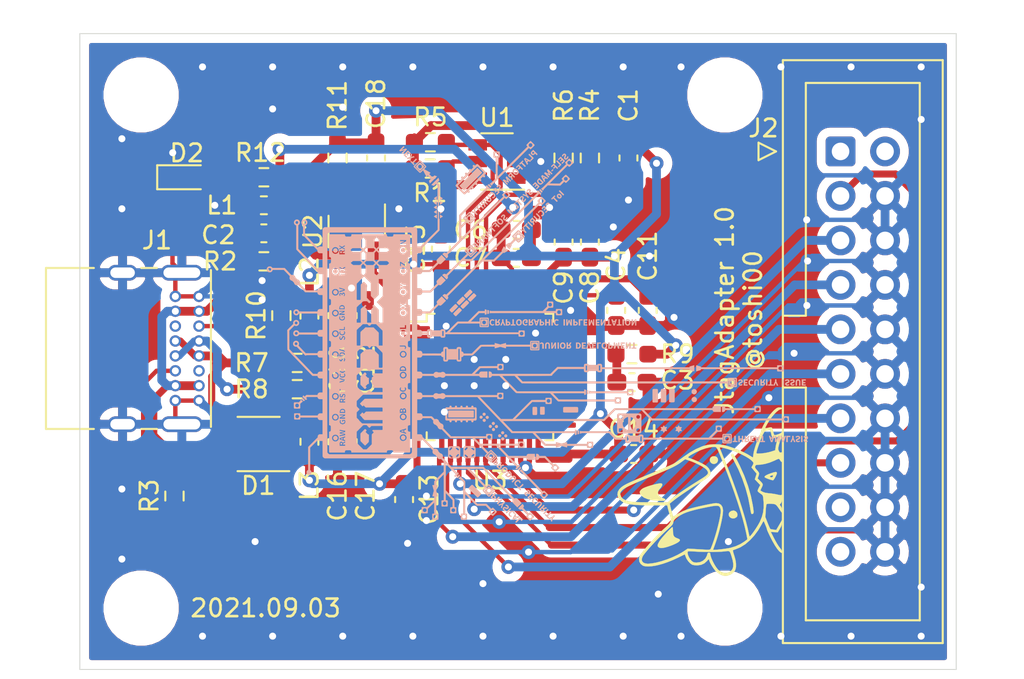
<source format=kicad_pcb>
(kicad_pcb (version 20171130) (host pcbnew "(5.1.10-1-10_14)")
  (layers (0 F.Cu signal) (31 B.Cu signal) (34 B.Paste user) (35 F.Paste user hide) (36 B.SilkS user) (37 F.SilkS user) (38 B.Mask user) (39 F.Mask user) (44 Edge.Cuts user))
  (net 0 "")
  (net 1 GND)
  (net 2 +3V3)
  (net 3 "Net-(C2-Pad1)")
  (net 4 "Net-(C3-Pad1)")
  (net 5 "Net-(C4-Pad2)")
  (net 6 +5V)
  (net 7 /VPHY)
  (net 8 +1V8)
  (net 9 /VPLL)
  (net 10 "Net-(D1-Pad3)")
  (net 11 "Net-(D1-Pad2)")
  (net 12 "Net-(D2-Pad2)")
  (net 13 "Net-(J1-PadB5)")
  (net 14 "Net-(J1-PadA8)")
  (net 15 "Net-(J1-PadA5)")
  (net 16 "Net-(J1-PadB8)")
  (net 17 "Net-(J2-Pad2)")
  (net 18 "Net-(J2-Pad19)")
  (net 19 "Net-(J2-Pad17)")
  (net 20 /TDI_DO)
  (net 21 /RTCK)
  (net 22 /TCK_SK)
  (net 23 /TMS_CS)
  (net 24 /TDO_DI)
  (net 25 "Net-(J2-Pad1)")
  (net 26 /EEPROM_CS)
  (net 27 "Net-(R4-Pad2)")
  (net 28 /EEPROM_CLK)
  (net 29 /EEPROM_DATA)
  (net 30 /D-)
  (net 31 /D+)
  (net 32 "Net-(R10-Pad1)")
  (net 33 "Net-(R11-Pad2)")
  (net 34 /CLK)
  (net 35 "Net-(U2-Pad2)")
  (net 36 "Net-(U3-Pad33)")
  (net 37 "Net-(U3-Pad32)")
  (net 38 "Net-(U3-Pad31)")
  (net 39 "Net-(U3-Pad30)")
  (net 40 "Net-(U3-Pad29)")
  (net 41 "Net-(U3-Pad28)")
  (net 42 "Net-(U3-Pad27)")
  (net 43 "Net-(U3-Pad26)")
  (net 44 "Net-(U3-Pad25)")
  (net 45 "Net-(U3-Pad21)")
  (net 46 "Net-(U3-Pad19)")
  (net 47 "Net-(U3-Pad2)")
  (net 48 /~SRST)
  (net 49 /~TRST)
  (module seccamp:ruka_9.5 (layer F.Cu) (at 137.3 107.2 90)
    (fp_text reference G*** hide)
    (fp_text value LOGO hide)
  )
  (module seccamp:seccamp21_logo_225_318 (layer B.Cu) (at 128.2 98 270)
    (fp_text reference G*** hide)
    (fp_text value LOGO hide)
  )
  (module Connector_USB:USB_C_Receptacle_GCT_USB4085 (layer F.Cu) (at 108.8 96 270)
    (fp_text reference J1 (at -3.2 2.4 180) (layer F.SilkS))
    (fp_text value USB_C_Receptacle_USB2.0)
    (pad S1 thru_hole oval (at 7.3 4.36 270) (size 0.9 1.7) (drill oval 0.6 1.4) (layers *.Cu *.Mask) (net 1 GND))
    (pad S1 thru_hole oval (at -1.35 4.36 270) (size 0.9 1.7) (drill oval 0.6 1.4) (layers *.Cu *.Mask) (net 1 GND))
    (pad S1 thru_hole oval (at 7.3 0.98 270) (size 0.9 2.4) (drill oval 0.6 2.1) (layers *.Cu *.Mask) (net 1 GND))
    (pad S1 thru_hole oval (at -1.35 0.98 270) (size 0.9 2.4) (drill oval 0.6 2.1) (layers *.Cu *.Mask) (net 1 GND))
    (pad B6 thru_hole circle (at 3.4 1.35 270) (size 0.65 0.65) (drill 0.4) (layers *.Cu *.Mask) (net 11 "Net-(D1-Pad2)"))
    (pad B1 thru_hole circle (at 5.95 1.35 270) (size 0.65 0.65) (drill 0.4) (layers *.Cu *.Mask) (net 1 GND))
    (pad B4 thru_hole circle (at 5.1 1.35 270) (size 0.65 0.65) (drill 0.4) (layers *.Cu *.Mask) (net 3 "Net-(C2-Pad1)"))
    (pad B5 thru_hole circle (at 4.25 1.35 270) (size 0.65 0.65) (drill 0.4) (layers *.Cu *.Mask) (net 13 "Net-(J1-PadB5)"))
    (pad B12 thru_hole circle (at 0 1.35 270) (size 0.65 0.65) (drill 0.4) (layers *.Cu *.Mask) (net 1 GND))
    (pad B8 thru_hole circle (at 1.7 1.35 270) (size 0.65 0.65) (drill 0.4) (layers *.Cu *.Mask) (net 16 "Net-(J1-PadB8)"))
    (pad B7 thru_hole circle (at 2.55 1.35 270) (size 0.65 0.65) (drill 0.4) (layers *.Cu *.Mask) (net 10 "Net-(D1-Pad3)"))
    (pad B9 thru_hole circle (at 0.85 1.35 270) (size 0.65 0.65) (drill 0.4) (layers *.Cu *.Mask) (net 3 "Net-(C2-Pad1)"))
    (pad A12 thru_hole circle (at 5.95 0 270) (size 0.65 0.65) (drill 0.4) (layers *.Cu *.Mask) (net 1 GND))
    (pad A9 thru_hole circle (at 5.1 0 270) (size 0.65 0.65) (drill 0.4) (layers *.Cu *.Mask) (net 3 "Net-(C2-Pad1)"))
    (pad A8 thru_hole circle (at 4.25 0 270) (size 0.65 0.65) (drill 0.4) (layers *.Cu *.Mask) (net 14 "Net-(J1-PadA8)"))
    (pad A7 thru_hole circle (at 3.4 0 270) (size 0.65 0.65) (drill 0.4) (layers *.Cu *.Mask) (net 10 "Net-(D1-Pad3)"))
    (pad A6 thru_hole circle (at 2.55 0 270) (size 0.65 0.65) (drill 0.4) (layers *.Cu *.Mask) (net 11 "Net-(D1-Pad2)"))
    (pad A5 thru_hole circle (at 1.7 0 270) (size 0.65 0.65) (drill 0.4) (layers *.Cu *.Mask) (net 15 "Net-(J1-PadA5)"))
    (pad A4 thru_hole circle (at 0.85 0 270) (size 0.65 0.65) (drill 0.4) (layers *.Cu *.Mask) (net 3 "Net-(C2-Pad1)"))
    (pad A1 thru_hole circle (at 0 0 270) (size 0.65 0.65) (drill 0.4) (layers *.Cu *.Mask) (net 1 GND))
  )
  (module MountingHole:MountingHole_2.1mm (layer F.Cu) (at 105.5 84.5)
    (fp_text reference " " (at 0 -3.2) (layer F.SilkS))
    (fp_text value MountingHole_2.1mm)
    (pad "" np_thru_hole circle (at 0 0) (size 2.1 2.1) (drill 2.1) (layers *.Cu *.Mask) (clearance 1.1))
  )
  (module MountingHole:MountingHole_2.1mm (layer F.Cu) (at 138.8 84.5)
    (fp_text reference " " (at 0 -3.2) (layer F.SilkS))
    (fp_text value MountingHole_2.1mm)
    (pad "" np_thru_hole circle (at 0 0) (size 2.1 2.1) (drill 2.1) (layers *.Cu *.Mask) (clearance 1.1))
  )
  (module MountingHole:MountingHole_2.1mm (layer F.Cu) (at 138.8 113.8)
    (fp_text reference " " (at 0 -3.2) (layer F.SilkS))
    (fp_text value MountingHole_2.1mm)
    (pad "" np_thru_hole circle (at 0 0) (size 2.1 2.1) (drill 2.1) (layers *.Cu *.Mask) (clearance 1.1))
  )
  (module MountingHole:MountingHole_2.1mm (layer F.Cu) (at 105.5 113.8)
    (fp_text reference " " (at 0 -3.2) (layer F.SilkS))
    (fp_text value MountingHole_2.1mm)
    (pad "" np_thru_hole circle (at 0 0) (size 2.1 2.1) (drill 2.1) (layers *.Cu *.Mask) (clearance 1.1))
  )
  (module Capacitor_SMD:C_0603_1608Metric_Pad1.08x0.95mm_HandSolder (layer F.Cu) (at 112.5 92.4)
    (fp_text reference C2 (at -2.6 0.1) (layer F.SilkS))
    (fp_text value 0.01μF)
    (pad 2 smd roundrect (at 0.8625 0) (size 1.075 0.95) (layers F.Cu F.Paste F.Mask) (net 1 GND))
    (pad 1 smd roundrect (at -0.8625 0) (size 1.075 0.95) (layers F.Cu F.Paste F.Mask) (net 3 "Net-(C2-Pad1)"))
  )
  (module Inductor_SMD:L_0603_1608Metric_Pad1.05x0.95mm_HandSolder (layer F.Cu) (at 112.5 90.8 180)
    (fp_text reference L1 (at 2.4 0) (layer F.SilkS))
    (fp_text value 600R/0.5A)
    (pad 2 smd roundrect (at 0.875 0 180) (size 1.05 0.95) (layers F.Cu F.Paste F.Mask) (net 3 "Net-(C2-Pad1)"))
    (pad 1 smd roundrect (at -0.875 0 180) (size 1.05 0.95) (layers F.Cu F.Paste F.Mask) (net 6 +5V))
  )
  (module Package_QFP:LQFP-48_7x7mm_P0.5mm (layer F.Cu) (at 125.4 100.6)
    (fp_text reference U3 (at 0 5.9) (layer F.SilkS))
    (fp_text value FT232H)
    (pad 48 smd roundrect (at -2.75 -4.1625) (size 0.3 1.475) (layers F.Cu F.Paste F.Mask) (net 1 GND))
    (pad 47 smd roundrect (at -2.25 -4.1625) (size 0.3 1.475) (layers F.Cu F.Paste F.Mask) (net 1 GND))
    (pad 46 smd roundrect (at -1.75 -4.1625) (size 0.3 1.475) (layers F.Cu F.Paste F.Mask) (net 2 +3V3))
    (pad 45 smd roundrect (at -1.25 -4.1625) (size 0.3 1.475) (layers F.Cu F.Paste F.Mask) (net 26 /EEPROM_CS))
    (pad 44 smd roundrect (at -0.75 -4.1625) (size 0.3 1.475) (layers F.Cu F.Paste F.Mask) (net 28 /EEPROM_CLK))
    (pad 43 smd roundrect (at -0.25 -4.1625) (size 0.3 1.475) (layers F.Cu F.Paste F.Mask) (net 29 /EEPROM_DATA))
    (pad 42 smd roundrect (at 0.25 -4.1625) (size 0.3 1.475) (layers F.Cu F.Paste F.Mask) (net 1 GND))
    (pad 41 smd roundrect (at 0.75 -4.1625) (size 0.3 1.475) (layers F.Cu F.Paste F.Mask) (net 1 GND))
    (pad 40 smd roundrect (at 1.25 -4.1625) (size 0.3 1.475) (layers F.Cu F.Paste F.Mask) (net 6 +5V))
    (pad 39 smd roundrect (at 1.75 -4.1625) (size 0.3 1.475) (layers F.Cu F.Paste F.Mask) (net 2 +3V3))
    (pad 38 smd roundrect (at 2.25 -4.1625) (size 0.3 1.475) (layers F.Cu F.Paste F.Mask) (net 8 +1V8))
    (pad 37 smd roundrect (at 2.75 -4.1625) (size 0.3 1.475) (layers F.Cu F.Paste F.Mask) (net 5 "Net-(C4-Pad2)"))
    (pad 36 smd roundrect (at 4.1625 -2.75) (size 1.475 0.3) (layers F.Cu F.Paste F.Mask) (net 1 GND))
    (pad 35 smd roundrect (at 4.1625 -2.25) (size 1.475 0.3) (layers F.Cu F.Paste F.Mask) (net 1 GND))
    (pad 34 smd roundrect (at 4.1625 -1.75) (size 1.475 0.3) (layers F.Cu F.Paste F.Mask) (net 4 "Net-(C3-Pad1)"))
    (pad 33 smd roundrect (at 4.1625 -1.25) (size 1.475 0.3) (layers F.Cu F.Paste F.Mask) (net 36 "Net-(U3-Pad33)"))
    (pad 32 smd roundrect (at 4.1625 -0.75) (size 1.475 0.3) (layers F.Cu F.Paste F.Mask) (net 37 "Net-(U3-Pad32)"))
    (pad 31 smd roundrect (at 4.1625 -0.25) (size 1.475 0.3) (layers F.Cu F.Paste F.Mask) (net 38 "Net-(U3-Pad31)"))
    (pad 30 smd roundrect (at 4.1625 0.25) (size 1.475 0.3) (layers F.Cu F.Paste F.Mask) (net 39 "Net-(U3-Pad30)"))
    (pad 29 smd roundrect (at 4.1625 0.75) (size 1.475 0.3) (layers F.Cu F.Paste F.Mask) (net 40 "Net-(U3-Pad29)"))
    (pad 28 smd roundrect (at 4.1625 1.25) (size 1.475 0.3) (layers F.Cu F.Paste F.Mask) (net 41 "Net-(U3-Pad28)"))
    (pad 27 smd roundrect (at 4.1625 1.75) (size 1.475 0.3) (layers F.Cu F.Paste F.Mask) (net 42 "Net-(U3-Pad27)"))
    (pad 26 smd roundrect (at 4.1625 2.25) (size 1.475 0.3) (layers F.Cu F.Paste F.Mask) (net 43 "Net-(U3-Pad26)"))
    (pad 25 smd roundrect (at 4.1625 2.75) (size 1.475 0.3) (layers F.Cu F.Paste F.Mask) (net 44 "Net-(U3-Pad25)"))
    (pad 24 smd roundrect (at 2.75 4.1625) (size 0.3 1.475) (layers F.Cu F.Paste F.Mask) (net 2 +3V3))
    (pad 23 smd roundrect (at 2.25 4.1625) (size 0.3 1.475) (layers F.Cu F.Paste F.Mask) (net 1 GND))
    (pad 22 smd roundrect (at 1.75 4.1625) (size 0.3 1.475) (layers F.Cu F.Paste F.Mask) (net 1 GND))
    (pad 21 smd roundrect (at 1.25 4.1625) (size 0.3 1.475) (layers F.Cu F.Paste F.Mask) (net 45 "Net-(U3-Pad21)"))
    (pad 20 smd roundrect (at 0.75 4.1625) (size 0.3 1.475) (layers F.Cu F.Paste F.Mask) (net 21 /RTCK))
    (pad 19 smd roundrect (at 0.25 4.1625) (size 0.3 1.475) (layers F.Cu F.Paste F.Mask) (net 46 "Net-(U3-Pad19)"))
    (pad 18 smd roundrect (at -0.25 4.1625) (size 0.3 1.475) (layers F.Cu F.Paste F.Mask) (net 49 /~TRST))
    (pad 17 smd roundrect (at -0.75 4.1625) (size 0.3 1.475) (layers F.Cu F.Paste F.Mask) (net 48 /~SRST))
    (pad 16 smd roundrect (at -1.25 4.1625) (size 0.3 1.475) (layers F.Cu F.Paste F.Mask) (net 23 /TMS_CS))
    (pad 15 smd roundrect (at -1.75 4.1625) (size 0.3 1.475) (layers F.Cu F.Paste F.Mask) (net 24 /TDO_DI))
    (pad 14 smd roundrect (at -2.25 4.1625) (size 0.3 1.475) (layers F.Cu F.Paste F.Mask) (net 20 /TDI_DO))
    (pad 13 smd roundrect (at -2.75 4.1625) (size 0.3 1.475) (layers F.Cu F.Paste F.Mask) (net 22 /TCK_SK))
    (pad 12 smd roundrect (at -4.1625 2.75) (size 1.475 0.3) (layers F.Cu F.Paste F.Mask) (net 2 +3V3))
    (pad 11 smd roundrect (at -4.1625 2.25) (size 1.475 0.3) (layers F.Cu F.Paste F.Mask) (net 1 GND))
    (pad 10 smd roundrect (at -4.1625 1.75) (size 1.475 0.3) (layers F.Cu F.Paste F.Mask) (net 1 GND))
    (pad 9 smd roundrect (at -4.1625 1.25) (size 1.475 0.3) (layers F.Cu F.Paste F.Mask) (net 1 GND))
    (pad 8 smd roundrect (at -4.1625 0.75) (size 1.475 0.3) (layers F.Cu F.Paste F.Mask) (net 9 /VPLL))
    (pad 7 smd roundrect (at -4.1625 0.25) (size 1.475 0.3) (layers F.Cu F.Paste F.Mask) (net 31 /D+))
    (pad 6 smd roundrect (at -4.1625 -0.25) (size 1.475 0.3) (layers F.Cu F.Paste F.Mask) (net 30 /D-))
    (pad 5 smd roundrect (at -4.1625 -0.75) (size 1.475 0.3) (layers F.Cu F.Paste F.Mask) (net 32 "Net-(R10-Pad1)"))
    (pad 4 smd roundrect (at -4.1625 -1.25) (size 1.475 0.3) (layers F.Cu F.Paste F.Mask) (net 1 GND))
    (pad 3 smd roundrect (at -4.1625 -1.75) (size 1.475 0.3) (layers F.Cu F.Paste F.Mask) (net 7 /VPHY))
    (pad 2 smd roundrect (at -4.1625 -2.25) (size 1.475 0.3) (layers F.Cu F.Paste F.Mask) (net 47 "Net-(U3-Pad2)"))
    (pad 1 smd roundrect (at -4.1625 -2.75) (size 1.475 0.3) (layers F.Cu F.Paste F.Mask) (net 34 /CLK))
  )
  (module Package_TO_SOT_SMD:SOT-23-5_HandSoldering (layer F.Cu) (at 117.8 92.3 270)
    (fp_text reference U2 (at 0 2.5 90) (layer F.SilkS))
    (fp_text value SiT2001B-MEMS-Clock-Generator)
    (pad 5 smd rect (at 1.35 -0.95 270) (size 1.56 0.65) (layers F.Cu F.Paste F.Mask) (net 34 /CLK))
    (pad 4 smd rect (at 1.35 0.95 270) (size 1.56 0.65) (layers F.Cu F.Paste F.Mask) (net 2 +3V3))
    (pad 3 smd rect (at -1.35 0.95 270) (size 1.56 0.65) (layers F.Cu F.Paste F.Mask) (net 33 "Net-(R11-Pad2)"))
    (pad 2 smd rect (at -1.35 0 270) (size 1.56 0.65) (layers F.Cu F.Paste F.Mask) (net 35 "Net-(U2-Pad2)"))
    (pad 1 smd rect (at -1.35 -0.95 270) (size 1.56 0.65) (layers F.Cu F.Paste F.Mask) (net 1 GND))
  )
  (module Package_TO_SOT_SMD:SOT-23-6 (layer F.Cu) (at 125.8 88.3 180)
    (fp_text reference U1 (at 0 2.5) (layer F.SilkS))
    (fp_text value N.F.93LCxxBxxOT)
    (pad 5 smd rect (at 1.1 0 180) (size 1.06 0.65) (layers F.Cu F.Paste F.Mask) (net 26 /EEPROM_CS))
    (pad 6 smd rect (at 1.1 -0.95 180) (size 1.06 0.65) (layers F.Cu F.Paste F.Mask) (net 2 +3V3))
    (pad 4 smd rect (at 1.1 0.95 180) (size 1.06 0.65) (layers F.Cu F.Paste F.Mask) (net 28 /EEPROM_CLK))
    (pad 3 smd rect (at -1.1 0.95 180) (size 1.06 0.65) (layers F.Cu F.Paste F.Mask) (net 29 /EEPROM_DATA))
    (pad 2 smd rect (at -1.1 0 180) (size 1.06 0.65) (layers F.Cu F.Paste F.Mask) (net 1 GND))
    (pad 1 smd rect (at -1.1 -0.95 180) (size 1.06 0.65) (layers F.Cu F.Paste F.Mask) (net 27 "Net-(R4-Pad2)"))
  )
  (module Resistor_SMD:R_0603_1608Metric_Pad0.98x0.95mm_HandSolder (layer F.Cu) (at 112.5 89.2 180)
    (fp_text reference R12 (at 0.2 1.4) (layer F.SilkS))
    (fp_text value 470Ω)
    (pad 2 smd roundrect (at 0.9125 0 180) (size 0.975 0.95) (layers F.Cu F.Paste F.Mask) (net 12 "Net-(D2-Pad2)"))
    (pad 1 smd roundrect (at -0.9125 0 180) (size 0.975 0.95) (layers F.Cu F.Paste F.Mask) (net 6 +5V))
  )
  (module Resistor_SMD:R_0603_1608Metric_Pad0.98x0.95mm_HandSolder (layer F.Cu) (at 116.7 88.1 270)
    (fp_text reference R11 (at -3 0 90) (layer F.SilkS))
    (fp_text value 1k)
    (pad 2 smd roundrect (at 0.9125 0 270) (size 0.975 0.95) (layers F.Cu F.Paste F.Mask) (net 33 "Net-(R11-Pad2)"))
    (pad 1 smd roundrect (at -0.9125 0 270) (size 0.975 0.95) (layers F.Cu F.Paste F.Mask) (net 2 +3V3))
  )
  (module Resistor_SMD:R_0603_1608Metric_Pad0.98x0.95mm_HandSolder (layer F.Cu) (at 113.5 97.1 90)
    (fp_text reference R10 (at 0 -1.43 90) (layer F.SilkS))
    (fp_text value 12k)
    (pad 2 smd roundrect (at 0.9125 0 90) (size 0.975 0.95) (layers F.Cu F.Paste F.Mask) (net 1 GND))
    (pad 1 smd roundrect (at -0.9125 0 90) (size 0.975 0.95) (layers F.Cu F.Paste F.Mask) (net 32 "Net-(R10-Pad1)"))
  )
  (module Resistor_SMD:R_0603_1608Metric_Pad0.98x0.95mm_HandSolder (layer F.Cu) (at 133.5 99.3 180)
    (fp_text reference R9 (at -2.6 0) (layer F.SilkS))
    (fp_text value 10k)
    (pad 2 smd roundrect (at 0.9125 0 180) (size 0.975 0.95) (layers F.Cu F.Paste F.Mask) (net 4 "Net-(C3-Pad1)"))
    (pad 1 smd roundrect (at -0.9125 0 180) (size 0.975 0.95) (layers F.Cu F.Paste F.Mask) (net 2 +3V3))
  )
  (module Resistor_SMD:R_0603_1608Metric_Pad0.98x0.95mm_HandSolder (layer F.Cu) (at 114.4 101.3 180)
    (fp_text reference R8 (at 2.6 0) (layer F.SilkS))
    (fp_text value 0k)
    (pad 2 smd roundrect (at 0.9125 0 180) (size 0.975 0.95) (layers F.Cu F.Paste F.Mask) (net 11 "Net-(D1-Pad2)"))
    (pad 1 smd roundrect (at -0.9125 0 180) (size 0.975 0.95) (layers F.Cu F.Paste F.Mask) (net 31 /D+))
  )
  (module Resistor_SMD:R_0603_1608Metric_Pad0.98x0.95mm_HandSolder (layer F.Cu) (at 114.4 99.8 180)
    (fp_text reference R7 (at 2.6 0) (layer F.SilkS))
    (fp_text value 0k)
    (pad 2 smd roundrect (at 0.9125 0 180) (size 0.975 0.95) (layers F.Cu F.Paste F.Mask) (net 10 "Net-(D1-Pad3)"))
    (pad 1 smd roundrect (at -0.9125 0 180) (size 0.975 0.95) (layers F.Cu F.Paste F.Mask) (net 30 /D-))
  )
  (module Resistor_SMD:R_0603_1608Metric_Pad0.98x0.95mm_HandSolder (layer F.Cu) (at 129.6 88.1 270)
    (fp_text reference R6 (at -3 0 90) (layer F.SilkS))
    (fp_text value N.F.2k)
    (pad 2 smd roundrect (at 0.9125 0 270) (size 0.975 0.95) (layers F.Cu F.Paste F.Mask) (net 27 "Net-(R4-Pad2)"))
    (pad 1 smd roundrect (at -0.9125 0 270) (size 0.975 0.95) (layers F.Cu F.Paste F.Mask) (net 29 /EEPROM_DATA))
  )
  (module Resistor_SMD:R_0603_1608Metric_Pad0.98x0.95mm_HandSolder (layer F.Cu) (at 122 87.2)
    (fp_text reference R5 (at 0 -1.43) (layer F.SilkS))
    (fp_text value N.F.10k)
    (pad 2 smd roundrect (at 0.9125 0) (size 0.975 0.95) (layers F.Cu F.Paste F.Mask) (net 28 /EEPROM_CLK))
    (pad 1 smd roundrect (at -0.9125 0) (size 0.975 0.95) (layers F.Cu F.Paste F.Mask) (net 2 +3V3))
  )
  (module Resistor_SMD:R_0603_1608Metric_Pad0.98x0.95mm_HandSolder (layer F.Cu) (at 131.1 88.1 270)
    (fp_text reference R4 (at -3 0 90) (layer F.SilkS))
    (fp_text value N.F.10k)
    (pad 2 smd roundrect (at 0.9125 0 270) (size 0.975 0.95) (layers F.Cu F.Paste F.Mask) (net 27 "Net-(R4-Pad2)"))
    (pad 1 smd roundrect (at -0.9125 0 270) (size 0.975 0.95) (layers F.Cu F.Paste F.Mask) (net 2 +3V3))
  )
  (module Resistor_SMD:R_0603_1608Metric_Pad0.98x0.95mm_HandSolder (layer F.Cu) (at 107.4 107.4 90)
    (fp_text reference R3 (at 0 -1.43 90) (layer F.SilkS))
    (fp_text value 5.1k)
    (pad 2 smd roundrect (at 0.9125 0 90) (size 0.975 0.95) (layers F.Cu F.Paste F.Mask) (net 13 "Net-(J1-PadB5)"))
    (pad 1 smd roundrect (at -0.9125 0 90) (size 0.975 0.95) (layers F.Cu F.Paste F.Mask) (net 1 GND))
  )
  (module Resistor_SMD:R_0603_1608Metric_Pad0.98x0.95mm_HandSolder (layer F.Cu) (at 112.5 94 180)
    (fp_text reference R2 (at 2.5 0) (layer F.SilkS))
    (fp_text value 5.1k)
    (pad 2 smd roundrect (at 0.9125 0 180) (size 0.975 0.95) (layers F.Cu F.Paste F.Mask) (net 15 "Net-(J1-PadA5)"))
    (pad 1 smd roundrect (at -0.9125 0 180) (size 0.975 0.95) (layers F.Cu F.Paste F.Mask) (net 1 GND))
  )
  (module Resistor_SMD:R_0603_1608Metric_Pad0.98x0.95mm_HandSolder (layer F.Cu) (at 121.9875 88.7)
    (fp_text reference R1 (at 0 1.4) (layer F.SilkS))
    (fp_text value N.F.10k)
    (pad 2 smd roundrect (at 0.9125 0) (size 0.975 0.95) (layers F.Cu F.Paste F.Mask) (net 26 /EEPROM_CS))
    (pad 1 smd roundrect (at -0.9125 0) (size 0.975 0.95) (layers F.Cu F.Paste F.Mask) (net 2 +3V3))
  )
  (module Inductor_SMD:L_0603_1608Metric_Pad1.05x0.95mm_HandSolder (layer F.Cu) (at 115.1 104.3 90)
    (fp_text reference L3 (at -2.5 0 90) (layer F.SilkS))
    (fp_text value 600R/0.5A)
    (pad 2 smd roundrect (at 0.875 0 90) (size 1.05 0.95) (layers F.Cu F.Paste F.Mask) (net 9 /VPLL))
    (pad 1 smd roundrect (at -0.875 0 90) (size 1.05 0.95) (layers F.Cu F.Paste F.Mask) (net 2 +3V3))
  )
  (module Inductor_SMD:L_0603_1608Metric_Pad1.05x0.95mm_HandSolder (layer F.Cu) (at 115.1 97.1 270)
    (fp_text reference L2 (at -2.5 0 90) (layer F.SilkS))
    (fp_text value 600R/0.5A)
    (pad 2 smd roundrect (at 0.875 0 270) (size 1.05 0.95) (layers F.Cu F.Paste F.Mask) (net 7 /VPHY))
    (pad 1 smd roundrect (at -0.875 0 270) (size 1.05 0.95) (layers F.Cu F.Paste F.Mask) (net 2 +3V3))
  )
  (module Connector_IDC:IDC-Header_2x10_P2.54mm_Vertical (layer F.Cu) (at 145.4 87.725)
    (fp_text reference J2 (at -4.4 -1.325) (layer F.SilkS))
    (fp_text value Conn_ARM_JTAG_SWD_20)
    (pad 20 thru_hole circle (at 2.54 22.86) (size 1.7 1.7) (drill 1) (layers *.Cu *.Mask) (net 1 GND))
    (pad 18 thru_hole circle (at 2.54 20.32) (size 1.7 1.7) (drill 1) (layers *.Cu *.Mask) (net 1 GND))
    (pad 16 thru_hole circle (at 2.54 17.78) (size 1.7 1.7) (drill 1) (layers *.Cu *.Mask) (net 1 GND))
    (pad 14 thru_hole circle (at 2.54 15.24) (size 1.7 1.7) (drill 1) (layers *.Cu *.Mask) (net 1 GND))
    (pad 12 thru_hole circle (at 2.54 12.7) (size 1.7 1.7) (drill 1) (layers *.Cu *.Mask) (net 1 GND))
    (pad 10 thru_hole circle (at 2.54 10.16) (size 1.7 1.7) (drill 1) (layers *.Cu *.Mask) (net 1 GND))
    (pad 8 thru_hole circle (at 2.54 7.62) (size 1.7 1.7) (drill 1) (layers *.Cu *.Mask) (net 1 GND))
    (pad 6 thru_hole circle (at 2.54 5.08) (size 1.7 1.7) (drill 1) (layers *.Cu *.Mask) (net 1 GND))
    (pad 4 thru_hole circle (at 2.54 2.54) (size 1.7 1.7) (drill 1) (layers *.Cu *.Mask) (net 1 GND))
    (pad 2 thru_hole circle (at 2.54 0) (size 1.7 1.7) (drill 1) (layers *.Cu *.Mask) (net 17 "Net-(J2-Pad2)"))
    (pad 19 thru_hole circle (at 0 22.86) (size 1.7 1.7) (drill 1) (layers *.Cu *.Mask) (net 18 "Net-(J2-Pad19)"))
    (pad 17 thru_hole circle (at 0 20.32) (size 1.7 1.7) (drill 1) (layers *.Cu *.Mask) (net 19 "Net-(J2-Pad17)"))
    (pad 15 thru_hole circle (at 0 17.78) (size 1.7 1.7) (drill 1) (layers *.Cu *.Mask) (net 48 /~SRST))
    (pad 13 thru_hole circle (at 0 15.24) (size 1.7 1.7) (drill 1) (layers *.Cu *.Mask) (net 20 /TDI_DO))
    (pad 11 thru_hole circle (at 0 12.7) (size 1.7 1.7) (drill 1) (layers *.Cu *.Mask) (net 21 /RTCK))
    (pad 9 thru_hole circle (at 0 10.16) (size 1.7 1.7) (drill 1) (layers *.Cu *.Mask) (net 22 /TCK_SK))
    (pad 7 thru_hole circle (at 0 7.62) (size 1.7 1.7) (drill 1) (layers *.Cu *.Mask) (net 23 /TMS_CS))
    (pad 5 thru_hole circle (at 0 5.08) (size 1.7 1.7) (drill 1) (layers *.Cu *.Mask) (net 24 /TDO_DI))
    (pad 3 thru_hole circle (at 0 2.54) (size 1.7 1.7) (drill 1) (layers *.Cu *.Mask) (net 49 /~TRST))
    (pad 1 thru_hole roundrect (at 0 0) (size 1.7 1.7) (drill 1) (layers *.Cu *.Mask) (roundrect_rratio 0.147059) (net 25 "Net-(J2-Pad1)"))
  )
  (module LED_SMD:LED_0603_1608Metric_Castellated (layer F.Cu) (at 108.1 89.2)
    (fp_text reference D2 (at 0 -1.38) (layer F.SilkS))
    (fp_text value LED)
    (pad 2 smd roundrect (at 0.8125 0) (size 1.225 0.85) (layers F.Cu F.Paste F.Mask) (net 12 "Net-(D2-Pad2)"))
    (pad 1 smd roundrect (at -0.8125 0) (size 1.225 0.85) (layers F.Cu F.Paste F.Mask) (net 1 GND))
  )
  (module Package_TO_SOT_SMD:SOT-143 (layer F.Cu) (at 112.2 104.43 180)
    (fp_text reference D1 (at 0.02 -2.38) (layer F.SilkS))
    (fp_text value PRTR5V0U2X)
    (pad 4 smd rect (at 1.1 -0.95 90) (size 1 1.4) (layers F.Cu F.Paste F.Mask) (net 3 "Net-(C2-Pad1)"))
    (pad 3 smd rect (at 1.1 0.95 90) (size 1 1.4) (layers F.Cu F.Paste F.Mask) (net 10 "Net-(D1-Pad3)"))
    (pad 2 smd rect (at -1.1 0.95 90) (size 1 1.4) (layers F.Cu F.Paste F.Mask) (net 11 "Net-(D1-Pad2)"))
    (pad 1 smd rect (at -1.1 -0.77 90) (size 1.2 1.4) (layers F.Cu F.Paste F.Mask) (net 1 GND))
  )
  (module Capacitor_SMD:C_0603_1608Metric_Pad1.08x0.95mm_HandSolder (layer F.Cu) (at 118.9 88.1 270)
    (fp_text reference C18 (at -3.1 0 90) (layer F.SilkS))
    (fp_text value 0.1μF)
    (pad 2 smd roundrect (at 0.8625 0 270) (size 1.075 0.95) (layers F.Cu F.Paste F.Mask) (net 1 GND))
    (pad 1 smd roundrect (at -0.8625 0 270) (size 1.075 0.95) (layers F.Cu F.Paste F.Mask) (net 2 +3V3))
  )
  (module Capacitor_SMD:C_0603_1608Metric_Pad1.08x0.95mm_HandSolder (layer F.Cu) (at 118.3 104.3 270)
    (fp_text reference C17 (at 3.1 0 90) (layer F.SilkS))
    (fp_text value 0.1μF)
    (pad 2 smd roundrect (at 0.8625 0 270) (size 1.075 0.95) (layers F.Cu F.Paste F.Mask) (net 1 GND))
    (pad 1 smd roundrect (at -0.8625 0 270) (size 1.075 0.95) (layers F.Cu F.Paste F.Mask) (net 9 /VPLL))
  )
  (module Capacitor_SMD:C_0603_1608Metric_Pad1.08x0.95mm_HandSolder (layer F.Cu) (at 116.7 104.3 270)
    (fp_text reference C16 (at 3.1 0 90) (layer F.SilkS))
    (fp_text value 4.7μF)
    (pad 2 smd roundrect (at 0.8625 0 270) (size 1.075 0.95) (layers F.Cu F.Paste F.Mask) (net 1 GND))
    (pad 1 smd roundrect (at -0.8625 0 270) (size 1.075 0.95) (layers F.Cu F.Paste F.Mask) (net 9 /VPLL))
  )
  (module Capacitor_SMD:C_0603_1608Metric_Pad1.08x0.95mm_HandSolder (layer F.Cu) (at 122.6 93.3 90)
    (fp_text reference C15 (at 0 -1.43 90) (layer F.SilkS))
    (fp_text value 0.1μF)
    (pad 2 smd roundrect (at 0.8625 0 90) (size 1.075 0.95) (layers F.Cu F.Paste F.Mask) (net 1 GND))
    (pad 1 smd roundrect (at -0.8625 0 90) (size 1.075 0.95) (layers F.Cu F.Paste F.Mask) (net 2 +3V3))
  )
  (module Capacitor_SMD:C_0603_1608Metric_Pad1.08x0.95mm_HandSolder (layer F.Cu) (at 133.6 105)
    (fp_text reference C14 (at 0 -1.43) (layer F.SilkS))
    (fp_text value 0.1μF)
    (pad 2 smd roundrect (at 0.8625 0) (size 1.075 0.95) (layers F.Cu F.Paste F.Mask) (net 1 GND))
    (pad 1 smd roundrect (at -0.8625 0) (size 1.075 0.95) (layers F.Cu F.Paste F.Mask) (net 2 +3V3))
  )
  (module Capacitor_SMD:C_0603_1608Metric_Pad1.08x0.95mm_HandSolder (layer F.Cu) (at 120.5 107.6 270)
    (fp_text reference C13 (at 0 -1.43 90) (layer F.SilkS))
    (fp_text value 0.1μF)
    (pad 2 smd roundrect (at 0.8625 0 270) (size 1.075 0.95) (layers F.Cu F.Paste F.Mask) (net 1 GND))
    (pad 1 smd roundrect (at -0.8625 0 270) (size 1.075 0.95) (layers F.Cu F.Paste F.Mask) (net 2 +3V3))
  )
  (module Capacitor_SMD:C_0603_1608Metric_Pad1.08x0.95mm_HandSolder (layer F.Cu) (at 118.3 97.1 90)
    (fp_text reference C12 (at -3.1 0 90) (layer F.SilkS))
    (fp_text value 0.1μF)
    (pad 2 smd roundrect (at 0.8625 0 90) (size 1.075 0.95) (layers F.Cu F.Paste F.Mask) (net 1 GND))
    (pad 1 smd roundrect (at -0.8625 0 90) (size 1.075 0.95) (layers F.Cu F.Paste F.Mask) (net 7 /VPHY))
  )
  (module Capacitor_SMD:C_0603_1608Metric_Pad1.08x0.95mm_HandSolder (layer F.Cu) (at 134.4 96.8 270)
    (fp_text reference C11 (at -3.1 0 90) (layer F.SilkS))
    (fp_text value 0.1μF)
    (pad 2 smd roundrect (at 0.8625 0 270) (size 1.075 0.95) (layers F.Cu F.Paste F.Mask) (net 1 GND))
    (pad 1 smd roundrect (at -0.8625 0 270) (size 1.075 0.95) (layers F.Cu F.Paste F.Mask) (net 8 +1V8))
  )
  (module Capacitor_SMD:C_0603_1608Metric_Pad1.08x0.95mm_HandSolder (layer F.Cu) (at 116.7 97.1 90)
    (fp_text reference C10 (at -3.1 0.1 90) (layer F.SilkS))
    (fp_text value 4.7μF)
    (pad 2 smd roundrect (at 0.8625 0 90) (size 1.075 0.95) (layers F.Cu F.Paste F.Mask) (net 1 GND))
    (pad 1 smd roundrect (at -0.8625 0 90) (size 1.075 0.95) (layers F.Cu F.Paste F.Mask) (net 7 /VPHY))
  )
  (module Capacitor_SMD:C_0603_1608Metric_Pad1.08x0.95mm_HandSolder (layer F.Cu) (at 129.6 92.9 90)
    (fp_text reference C9 (at -2.6 0 90) (layer F.SilkS))
    (fp_text value 0.1μF)
    (pad 2 smd roundrect (at 0.8625 0 90) (size 1.075 0.95) (layers F.Cu F.Paste F.Mask) (net 1 GND))
    (pad 1 smd roundrect (at -0.8625 0 90) (size 1.075 0.95) (layers F.Cu F.Paste F.Mask) (net 2 +3V3))
  )
  (module Capacitor_SMD:C_0603_1608Metric_Pad1.08x0.95mm_HandSolder (layer F.Cu) (at 131.1 92.9 90)
    (fp_text reference C8 (at -2.6 0 90) (layer F.SilkS))
    (fp_text value 4.7μF)
    (pad 2 smd roundrect (at 0.8625 0 90) (size 1.075 0.95) (layers F.Cu F.Paste F.Mask) (net 1 GND))
    (pad 1 smd roundrect (at -0.8625 0 90) (size 1.075 0.95) (layers F.Cu F.Paste F.Mask) (net 2 +3V3))
  )
  (module Capacitor_SMD:C_0603_1608Metric_Pad1.08x0.95mm_HandSolder (layer F.Cu) (at 126.9 93.8)
    (fp_text reference C7 (at -2.6 0) (layer F.SilkS))
    (fp_text value 0.1μF)
    (pad 2 smd roundrect (at 0.8625 0) (size 1.075 0.95) (layers F.Cu F.Paste F.Mask) (net 1 GND))
    (pad 1 smd roundrect (at -0.8625 0) (size 1.075 0.95) (layers F.Cu F.Paste F.Mask) (net 6 +5V))
  )
  (module Capacitor_SMD:C_0603_1608Metric_Pad1.08x0.95mm_HandSolder (layer F.Cu) (at 126.9 92.2)
    (fp_text reference C6 (at -2.6 0) (layer F.SilkS))
    (fp_text value 4.7μF)
    (pad 2 smd roundrect (at 0.8625 0) (size 1.075 0.95) (layers F.Cu F.Paste F.Mask) (net 1 GND))
    (pad 1 smd roundrect (at -0.8625 0) (size 1.075 0.95) (layers F.Cu F.Paste F.Mask) (net 6 +5V))
  )
  (module Capacitor_SMD:C_0603_1608Metric_Pad1.08x0.95mm_HandSolder (layer F.Cu) (at 132.6 96.8 90)
    (fp_text reference C4 (at 2.6 0 90) (layer F.SilkS))
    (fp_text value 0.1μF)
    (pad 2 smd roundrect (at 0.8625 0 90) (size 1.075 0.95) (layers F.Cu F.Paste F.Mask) (net 5 "Net-(C4-Pad2)"))
    (pad 1 smd roundrect (at -0.8625 0 90) (size 1.075 0.95) (layers F.Cu F.Paste F.Mask) (net 1 GND))
  )
  (module Capacitor_SMD:C_0603_1608Metric_Pad1.08x0.95mm_HandSolder (layer F.Cu) (at 133.5 100.9)
    (fp_text reference C3 (at 2.6 -0.1) (layer F.SilkS))
    (fp_text value 0.01μF)
    (pad 2 smd roundrect (at 0.8625 0) (size 1.075 0.95) (layers F.Cu F.Paste F.Mask) (net 1 GND))
    (pad 1 smd roundrect (at -0.8625 0) (size 1.075 0.95) (layers F.Cu F.Paste F.Mask) (net 4 "Net-(C3-Pad1)"))
  )
  (module Capacitor_SMD:C_0603_1608Metric_Pad1.08x0.95mm_HandSolder (layer F.Cu) (at 133.3 88.1 270)
    (fp_text reference C1 (at -3 0 90) (layer F.SilkS))
    (fp_text value N.F.0.1μF)
    (pad 2 smd roundrect (at 0.8625 0 270) (size 1.075 0.95) (layers F.Cu F.Paste F.Mask) (net 1 GND))
    (pad 1 smd roundrect (at -0.8625 0 270) (size 1.075 0.95) (layers F.Cu F.Paste F.Mask) (net 2 +3V3))
  )
  (gr_text 2021.09.03 (at 112.6 113.8) (layer F.SilkS) (effects (font (size 1 1))))
  (gr_text "JtagAdapter 1.0\n@toshi00" (at 139.6 96.8 90) (layer F.SilkS) (effects (font (size 1 1))))
  (gr_line (start 102 117.3) (end 102 81) (layer Edge.Cuts) (width 0.05))
  (gr_line (start 152 81) (end 102 81) (layer Edge.Cuts) (width 0.05))
  (gr_line (start 152 117.3) (end 152 81) (layer Edge.Cuts) (width 0.05))
  (gr_line (start 102 117.3) (end 152 117.3) (layer Edge.Cuts) (width 0.05))
  (segment (start 132.6 97.6625) (end 134.4 97.6625) (width 0.25) (layer F.Cu) (net 1))
  (segment (start 132.4125 97.85) (end 132.6 97.6625) (width 0.25) (layer F.Cu) (net 1))
  (segment (start 129.5625 97.85) (end 132.4125 97.85) (width 0.25) (layer F.Cu) (net 1))
  (via (at 128.3 88.3) (size 0.8) (drill 0.4) (layers F.Cu B.Cu) (net 1))
  (segment (start 104.44 94.65) (end 104.44 94.54) (width 0.25) (layer F.Cu) (net 1))
  (segment (start 107.45 96) (end 108.8 96) (width 0.25) (layer F.Cu) (net 1))
  (segment (start 107.45 101.95) (end 108.8 101.95) (width 0.25) (layer F.Cu) (net 1))
  (segment (start 107.45 102.93) (end 107.82 103.3) (width 0.25) (layer F.Cu) (net 1))
  (segment (start 107.45 101.95) (end 107.45 102.93) (width 0.25) (layer F.Cu) (net 1))
  (segment (start 104.44 103.3) (end 107.82 103.3) (width 0.25) (layer B.Cu) (net 1))
  (segment (start 104.44 94.65) (end 107.82 94.65) (width 0.25) (layer B.Cu) (net 1))
  (segment (start 107.45 95.02) (end 107.82 94.65) (width 0.25) (layer F.Cu) (net 1))
  (segment (start 107.45 96) (end 107.45 95.02) (width 0.25) (layer F.Cu) (net 1))
  (segment (start 104.44 94.65) (end 104.44 103.3) (width 0.25) (layer F.Cu) (net 1))
  (segment (start 118.3 105.1625) (end 116.7 105.1625) (width 0.25) (layer F.Cu) (net 1))
  (segment (start 143.333185 93.980001) (end 130.438176 106.87501) (width 0.25) (layer B.Cu) (net 1))
  (segment (start 142.419557 96.520001) (end 130.914528 108.02503) (width 0.25) (layer B.Cu) (net 1))
  (segment (start 141.350001 99.249999) (end 131.42495 109.17505) (width 0.25) (layer B.Cu) (net 1))
  (segment (start 130.438176 106.87501) (end 130.42499 106.87501) (width 0.25) (layer B.Cu) (net 1))
  (segment (start 130.42499 106.87501) (end 130.274999 107.025001) (width 0.25) (layer B.Cu) (net 1))
  (segment (start 130.901342 108.02503) (end 130.45137 108.475002) (width 0.25) (layer B.Cu) (net 1))
  (segment (start 130.914528 108.02503) (end 130.901342 108.02503) (width 0.25) (layer B.Cu) (net 1))
  (segment (start 147.94 100.425) (end 146.575001 101.789999) (width 0.25) (layer B.Cu) (net 1))
  (segment (start 131.42495 109.17505) (end 130.674997 109.925003) (width 0.25) (layer B.Cu) (net 1))
  (segment (start 141.083003 101.789999) (end 132.373002 110.5) (width 0.25) (layer B.Cu) (net 1))
  (segment (start 146.575001 101.789999) (end 141.310001 101.789999) (width 0.25) (layer B.Cu) (net 1))
  (segment (start 132.373002 110.5) (end 131.249994 110.5) (width 0.25) (layer B.Cu) (net 1))
  (segment (start 131.249994 110.5) (end 130.674997 109.925003) (width 0.25) (layer B.Cu) (net 1))
  (segment (start 129.874999 107.425001) (end 122.825001 107.425001) (width 0.25) (layer B.Cu) (net 1))
  (segment (start 130.274999 107.025001) (end 129.874999 107.425001) (width 0.25) (layer B.Cu) (net 1))
  (segment (start 146.764999 101.789999) (end 147.94 102.965) (width 0.5) (layer B.Cu) (net 1))
  (segment (start 146.575001 101.789999) (end 146.764999 101.789999) (width 0.5) (layer B.Cu) (net 1))
  (segment (start 147.94 105.505) (end 147.94 102.965) (width 0.5) (layer B.Cu) (net 1))
  (segment (start 147.94 108.045) (end 147.94 105.505) (width 0.5) (layer B.Cu) (net 1))
  (segment (start 147.94 110.585) (end 147.94 108.045) (width 0.5) (layer B.Cu) (net 1))
  (segment (start 147.94 90.265) (end 147.94 92.805) (width 0.5) (layer B.Cu) (net 1))
  (segment (start 107.2875 94.1175) (end 107.82 94.65) (width 0.25) (layer F.Cu) (net 1))
  (segment (start 107.2875 89.2) (end 107.2875 94.1175) (width 0.25) (layer F.Cu) (net 1))
  (segment (start 122.040702 101.85) (end 121.2375 101.85) (width 0.25) (layer F.Cu) (net 1))
  (segment (start 122.040702 99.35) (end 121.2375 99.35) (width 0.25) (layer F.Cu) (net 1))
  (via (at 128 98.1) (size 0.8) (drill 0.4) (layers F.Cu B.Cu) (net 1))
  (segment (start 128.25 97.85) (end 128 98.1) (width 0.25) (layer F.Cu) (net 1))
  (segment (start 129.5625 97.85) (end 128.25 97.85) (width 0.25) (layer F.Cu) (net 1))
  (segment (start 128.25 98.35) (end 128 98.1) (width 0.25) (layer F.Cu) (net 1))
  (segment (start 129.5625 98.35) (end 128.25 98.35) (width 0.25) (layer F.Cu) (net 1))
  (via (at 122.9 97.7) (size 0.8) (drill 0.4) (layers F.Cu B.Cu) (net 1))
  (segment (start 122.65 97.45) (end 122.9 97.7) (width 0.25) (layer F.Cu) (net 1))
  (segment (start 122.65 96.4375) (end 122.65 97.45) (width 0.25) (layer F.Cu) (net 1))
  (segment (start 123.15 97.45) (end 122.9 97.7) (width 0.25) (layer F.Cu) (net 1))
  (segment (start 123.15 96.4375) (end 123.15 97.45) (width 0.25) (layer F.Cu) (net 1))
  (segment (start 125.190702 97.7) (end 122.9 97.7) (width 0.25) (layer F.Cu) (net 1))
  (segment (start 125.65 97.240702) (end 125.190702 97.7) (width 0.25) (layer F.Cu) (net 1))
  (segment (start 125.65 96.4375) (end 125.65 97.240702) (width 0.25) (layer F.Cu) (net 1))
  (segment (start 126.15 96.4375) (end 126.15 97.65) (width 0.25) (layer F.Cu) (net 1))
  (segment (start 126.15 97.65) (end 125.2 98.6) (width 0.25) (layer F.Cu) (net 1))
  (segment (start 122.05 99.35) (end 122.040702 99.35) (width 0.25) (layer F.Cu) (net 1))
  (segment (start 122.8 98.6) (end 122.05 99.35) (width 0.25) (layer F.Cu) (net 1))
  (segment (start 127.65 103.65) (end 127.3 103.3) (width 0.25) (layer F.Cu) (net 1))
  (segment (start 127.65 104.7625) (end 127.65 103.65) (width 0.25) (layer F.Cu) (net 1))
  (segment (start 127.15 103.45) (end 127.3 103.3) (width 0.25) (layer F.Cu) (net 1))
  (segment (start 127.15 104.7625) (end 127.15 103.45) (width 0.25) (layer F.Cu) (net 1))
  (via (at 122.8 102.6) (size 0.8) (drill 0.4) (layers F.Cu B.Cu) (net 1))
  (segment (start 122.55 102.35) (end 122.8 102.6) (width 0.25) (layer F.Cu) (net 1))
  (segment (start 121.2375 102.35) (end 122.55 102.35) (width 0.25) (layer F.Cu) (net 1))
  (segment (start 122.55 102.85) (end 122.8 102.6) (width 0.25) (layer F.Cu) (net 1))
  (segment (start 121.2375 102.85) (end 122.55 102.85) (width 0.25) (layer F.Cu) (net 1))
  (segment (start 118.3 104.984298) (end 118.3 105.1625) (width 0.25) (layer F.Cu) (net 1))
  (segment (start 120.434298 102.85) (end 118.3 104.984298) (width 0.25) (layer F.Cu) (net 1))
  (segment (start 121.2375 102.85) (end 120.434298 102.85) (width 0.25) (layer F.Cu) (net 1))
  (segment (start 112.7 109.3) (end 112 110) (width 0.25) (layer F.Cu) (net 1))
  (segment (start 109.0875 110) (end 107.4 108.3125) (width 0.25) (layer F.Cu) (net 1))
  (segment (start 112 110) (end 112 110) (width 0.25) (layer F.Cu) (net 1))
  (segment (start 112.7 108.27) (end 112.8 108.17) (width 0.25) (layer F.Cu) (net 1))
  (segment (start 112.7 109.3) (end 112.7 108.27) (width 0.25) (layer F.Cu) (net 1))
  (segment (start 126.6 102.6) (end 127.3 103.3) (width 0.25) (layer F.Cu) (net 1))
  (segment (start 122.8 102.6) (end 126.6 102.6) (width 0.25) (layer F.Cu) (net 1))
  (segment (start 129.6 92.0375) (end 131.1 92.0375) (width 0.25) (layer F.Cu) (net 1))
  (segment (start 127.7625 92.2) (end 127.7625 93.8) (width 0.25) (layer F.Cu) (net 1))
  (segment (start 131.1 92.0375) (end 132.4375 92.0375) (width 0.25) (layer F.Cu) (net 1))
  (via (at 132.4375 92.0375) (size 0.8) (drill 0.4) (layers F.Cu B.Cu) (net 1))
  (via (at 133.3 90.5) (size 0.8) (drill 0.4) (layers F.Cu B.Cu) (net 1))
  (segment (start 133.3 88.9625) (end 133.3 90.5) (width 0.25) (layer F.Cu) (net 1))
  (segment (start 127.600001 97.700001) (end 128 98.1) (width 0.25) (layer B.Cu) (net 1))
  (segment (start 122.9 97.7) (end 127.600001 97.700001) (width 0.25) (layer B.Cu) (net 1))
  (via (at 120.2 91) (size 0.8) (drill 0.4) (layers F.Cu B.Cu) (net 1))
  (segment (start 120.15 90.95) (end 120.2 91) (width 0.25) (layer F.Cu) (net 1))
  (segment (start 118.75 90.95) (end 120.15 90.95) (width 0.25) (layer F.Cu) (net 1))
  (via (at 122.6 91) (size 0.8) (drill 0.4) (layers F.Cu B.Cu) (net 1))
  (segment (start 122.6 92.4375) (end 122.6 91) (width 0.25) (layer F.Cu) (net 1))
  (segment (start 133.3 91.175) (end 132.4375 92.0375) (width 0.25) (layer B.Cu) (net 1))
  (segment (start 133.3 90.5) (end 133.3 91.175) (width 0.25) (layer B.Cu) (net 1))
  (via (at 120.7 110.1) (size 0.8) (drill 0.4) (layers F.Cu B.Cu) (net 1))
  (segment (start 120.2 91) (end 122.6 91) (width 0.25) (layer B.Cu) (net 1))
  (segment (start 113.3625 93.95) (end 113.4125 94) (width 0.25) (layer F.Cu) (net 1))
  (segment (start 113.3625 92.4) (end 113.3625 93.95) (width 0.25) (layer F.Cu) (net 1))
  (via (at 117.5 95.525) (size 0.8) (drill 0.4) (layers F.Cu B.Cu) (net 1))
  (segment (start 118.2125 96.2375) (end 117.5 95.525) (width 0.25) (layer F.Cu) (net 1))
  (segment (start 118.3 96.2375) (end 118.2125 96.2375) (width 0.25) (layer F.Cu) (net 1))
  (segment (start 116.7875 96.2375) (end 117.5 95.525) (width 0.25) (layer F.Cu) (net 1))
  (segment (start 116.7 96.2375) (end 116.7875 96.2375) (width 0.25) (layer F.Cu) (net 1))
  (segment (start 112.4125 96.1875) (end 112.4 96.2) (width 0.25) (layer F.Cu) (net 1))
  (via (at 112.4 96.2) (size 0.8) (drill 0.4) (layers F.Cu B.Cu) (net 1))
  (segment (start 113.5 96.1875) (end 112.4125 96.1875) (width 0.25) (layer F.Cu) (net 1))
  (via (at 112.4 95.1) (size 0.8) (drill 0.4) (layers F.Cu B.Cu) (net 1))
  (segment (start 113.4125 94.0875) (end 112.4 95.1) (width 0.25) (layer F.Cu) (net 1))
  (segment (start 113.4125 94) (end 113.4125 94.0875) (width 0.25) (layer F.Cu) (net 1))
  (segment (start 112.2 96) (end 112.4 96.2) (width 0.25) (layer B.Cu) (net 1))
  (segment (start 108.8 96) (end 112.2 96) (width 0.25) (layer B.Cu) (net 1))
  (via (at 122.8 101.1) (size 0.8) (drill 0.4) (layers F.Cu B.Cu) (net 1))
  (segment (start 122.05 101.85) (end 122.8 101.1) (width 0.25) (layer F.Cu) (net 1))
  (segment (start 122.040702 101.85) (end 122.05 101.85) (width 0.25) (layer F.Cu) (net 1))
  (segment (start 122.8 100.109298) (end 122.8 101.1) (width 0.25) (layer F.Cu) (net 1))
  (segment (start 122.040702 99.35) (end 122.8 100.109298) (width 0.25) (layer F.Cu) (net 1))
  (segment (start 122.8 101.1) (end 122.8 100.5) (width 0.25) (layer B.Cu) (net 1))
  (segment (start 113.5 97.3) (end 112.4 96.2) (width 0.25) (layer B.Cu) (net 1))
  (segment (start 134.3625 104.9) (end 134.4625 105) (width 0.25) (layer F.Cu) (net 1))
  (segment (start 134.3625 100.9) (end 134.3625 104.9) (width 0.25) (layer F.Cu) (net 1))
  (segment (start 127.7625 92.2) (end 127.7625 91.5625) (width 0.25) (layer F.Cu) (net 1))
  (segment (start 131.325 90.925) (end 132.4375 92.0375) (width 0.25) (layer B.Cu) (net 1))
  (segment (start 128.3 88.3) (end 128.3 85.9) (width 0.25) (layer B.Cu) (net 1))
  (segment (start 128.3 85.9) (end 126.9 84.5) (width 0.25) (layer B.Cu) (net 1))
  (segment (start 126.9 84.5) (end 112.4 84.5) (width 0.25) (layer B.Cu) (net 1))
  (via (at 107.3 87.8) (size 0.8) (drill 0.4) (layers F.Cu B.Cu) (net 1))
  (segment (start 110.6 84.5) (end 107.3 87.8) (width 0.25) (layer B.Cu) (net 1))
  (segment (start 112.4 84.5) (end 110.6 84.5) (width 0.25) (layer B.Cu) (net 1))
  (segment (start 107.2875 87.8125) (end 107.3 87.8) (width 0.25) (layer F.Cu) (net 1))
  (segment (start 107.2875 89.2) (end 107.2875 87.8125) (width 0.25) (layer F.Cu) (net 1))
  (segment (start 104.44 90.66) (end 107.3 87.8) (width 0.25) (layer B.Cu) (net 1))
  (segment (start 104.44 94.65) (end 104.44 90.66) (width 0.25) (layer B.Cu) (net 1))
  (segment (start 112 110) (end 109.0875 110) (width 0.25) (layer F.Cu) (net 1))
  (via (at 112 110) (size 0.8) (drill 0.4) (layers F.Cu B.Cu) (net 1))
  (segment (start 112.1 110.1) (end 112 110) (width 0.25) (layer B.Cu) (net 1))
  (segment (start 120.7 110.1) (end 112.1 110.1) (width 0.25) (layer B.Cu) (net 1))
  (segment (start 112 110) (end 106.7 110) (width 0.25) (layer B.Cu) (net 1))
  (segment (start 106.7 110) (end 104.44 107.74) (width 0.25) (layer B.Cu) (net 1))
  (via (at 135.9 97.2) (size 0.8) (drill 0.4) (layers F.Cu B.Cu) (net 1))
  (segment (start 135.4375 97.6625) (end 135.9 97.2) (width 0.25) (layer F.Cu) (net 1))
  (segment (start 134.4 97.6625) (end 135.4375 97.6625) (width 0.25) (layer F.Cu) (net 1))
  (segment (start 141.470001 91.629999) (end 143.470001 91.629999) (width 0.25) (layer B.Cu) (net 1))
  (segment (start 135.9 97.2) (end 141.470001 91.629999) (width 0.25) (layer B.Cu) (net 1))
  (segment (start 141.310001 101.789999) (end 141.083003 101.789999) (width 0.25) (layer B.Cu) (net 1))
  (via (at 141.310001 101.789999) (size 0.8) (drill 0.4) (layers F.Cu B.Cu) (net 1))
  (via (at 121.774979 107.4) (size 0.8) (drill 0.4) (layers F.Cu B.Cu) (net 1))
  (segment (start 121.79998 107.425001) (end 121.774979 107.4) (width 0.25) (layer B.Cu) (net 1))
  (segment (start 122.825001 107.425001) (end 121.79998 107.425001) (width 0.25) (layer B.Cu) (net 1))
  (segment (start 130.45137 108.475002) (end 130.076361 108.850011) (width 0.25) (layer B.Cu) (net 1))
  (segment (start 121.849981 108.875002) (end 121.774979 108.8) (width 0.25) (layer B.Cu) (net 1))
  (segment (start 130.05137 108.875002) (end 125.924998 108.875002) (width 0.25) (layer B.Cu) (net 1))
  (via (at 121.774979 108.8) (size 0.8) (drill 0.4) (layers F.Cu B.Cu) (net 1))
  (segment (start 130.076361 108.850011) (end 130.05137 108.875002) (width 0.25) (layer B.Cu) (net 1))
  (segment (start 125.924998 108.875002) (end 121.849981 108.875002) (width 0.25) (layer B.Cu) (net 1))
  (via (at 125.924998 108.875002) (size 0.8) (drill 0.4) (layers F.Cu B.Cu) (net 1))
  (segment (start 121.774979 107.4) (end 121.774979 108.8) (width 0.25) (layer B.Cu) (net 1))
  (segment (start 121.774979 108.8) (end 121.774979 110.074979) (width 0.25) (layer B.Cu) (net 1))
  (segment (start 121.774979 110.074979) (end 121.8 110.1) (width 0.25) (layer B.Cu) (net 1))
  (segment (start 120.7 110.1) (end 121.8 110.1) (width 0.25) (layer B.Cu) (net 1))
  (segment (start 120.5 109.9) (end 120.7 110.1) (width 0.25) (layer F.Cu) (net 1))
  (segment (start 120.5 108.4625) (end 120.5 109.9) (width 0.25) (layer F.Cu) (net 1))
  (segment (start 130 110.6) (end 127.6 110.6) (width 0.25) (layer B.Cu) (net 1))
  (segment (start 130.674997 109.925003) (end 130 110.6) (width 0.25) (layer B.Cu) (net 1))
  (segment (start 122.3 110.6) (end 121.8 110.1) (width 0.25) (layer B.Cu) (net 1))
  (segment (start 126 110.6) (end 122.3 110.6) (width 0.25) (layer B.Cu) (net 1))
  (segment (start 127.6 110.6) (end 126 110.6) (width 0.25) (layer B.Cu) (net 1))
  (via (at 127.6 110.6) (size 0.8) (drill 0.4) (layers F.Cu B.Cu) (net 1))
  (segment (start 143.519999 93.980001) (end 143.333185 93.980001) (width 0.25) (layer B.Cu) (net 1))
  (via (at 143.519999 93.980001) (size 0.8) (drill 0.4) (layers F.Cu B.Cu) (net 1))
  (via (at 143.470001 91.629999) (size 0.8) (drill 0.4) (layers F.Cu B.Cu) (net 1))
  (segment (start 143.479999 96.520001) (end 142.419557 96.520001) (width 0.25) (layer B.Cu) (net 1))
  (via (at 143.479999 96.520001) (size 0.8) (drill 0.4) (layers F.Cu B.Cu) (net 1))
  (segment (start 142.750001 99.249999) (end 141.350001 99.249999) (width 0.25) (layer B.Cu) (net 1))
  (via (at 142.750001 99.249999) (size 0.8) (drill 0.4) (layers F.Cu B.Cu) (net 1))
  (via (at 109 115.4) (size 0.8) (drill 0.4) (layers F.Cu B.Cu) (net 1))
  (via (at 113 115.4) (size 0.8) (drill 0.4) (layers F.Cu B.Cu) (net 1))
  (via (at 117 115.4) (size 0.8) (drill 0.4) (layers F.Cu B.Cu) (net 1))
  (via (at 121 115.4) (size 0.8) (drill 0.4) (layers F.Cu B.Cu) (net 1))
  (via (at 125 115.4) (size 0.8) (drill 0.4) (layers F.Cu B.Cu) (net 1))
  (via (at 129 115.4) (size 0.8) (drill 0.4) (layers F.Cu B.Cu) (net 1))
  (via (at 133 115.4) (size 0.8) (drill 0.4) (layers F.Cu B.Cu) (net 1))
  (via (at 142 115.4) (size 0.8) (drill 0.4) (layers F.Cu B.Cu) (net 1))
  (via (at 146 115.4) (size 0.8) (drill 0.4) (layers F.Cu B.Cu) (net 1))
  (via (at 135 113) (size 0.8) (drill 0.4) (layers F.Cu B.Cu) (net 1))
  (via (at 139 110) (size 0.8) (drill 0.4) (layers F.Cu B.Cu) (net 1))
  (via (at 150 115.4) (size 0.8) (drill 0.4) (layers F.Cu B.Cu) (net 1))
  (via (at 130 96.8) (size 0.8) (drill 0.4) (layers F.Cu B.Cu) (net 1))
  (via (at 134.5 93.7) (size 0.8) (drill 0.4) (layers F.Cu B.Cu) (net 1))
  (via (at 124.5 99.6) (size 0.8) (drill 0.4) (layers F.Cu B.Cu) (net 1))
  (via (at 126.3 99.6) (size 0.8) (drill 0.4) (layers F.Cu B.Cu) (net 1))
  (via (at 126.3 101.1) (size 0.8) (drill 0.4) (layers F.Cu B.Cu) (net 1))
  (via (at 124.5 101.1) (size 0.8) (drill 0.4) (layers F.Cu B.Cu) (net 1))
  (via (at 109.7 90.8) (size 0.8) (drill 0.4) (layers F.Cu B.Cu) (net 1))
  (via (at 109 82.9) (size 0.8) (drill 0.4) (layers F.Cu B.Cu) (net 1))
  (via (at 113 82.9) (size 0.8) (drill 0.4) (layers F.Cu B.Cu) (net 1))
  (via (at 117 82.9) (size 0.8) (drill 0.4) (layers F.Cu B.Cu) (net 1))
  (via (at 121 82.9) (size 0.8) (drill 0.4) (layers F.Cu B.Cu) (net 1))
  (via (at 125 82.9) (size 0.8) (drill 0.4) (layers F.Cu B.Cu) (net 1))
  (via (at 129 82.9) (size 0.8) (drill 0.4) (layers F.Cu B.Cu) (net 1))
  (via (at 133 82.9) (size 0.8) (drill 0.4) (layers F.Cu B.Cu) (net 1))
  (via (at 142 82.9) (size 0.8) (drill 0.4) (layers F.Cu B.Cu) (net 1))
  (via (at 146 82.9) (size 0.8) (drill 0.4) (layers F.Cu B.Cu) (net 1))
  (via (at 150 82.9) (size 0.8) (drill 0.4) (layers F.Cu B.Cu) (net 1))
  (via (at 104.4 87) (size 0.8) (drill 0.4) (layers F.Cu B.Cu) (net 1))
  (via (at 104.4 91) (size 0.8) (drill 0.4) (layers F.Cu B.Cu) (net 1))
  (via (at 104.4 111) (size 0.8) (drill 0.4) (layers F.Cu B.Cu) (net 1))
  (via (at 104.4 107) (size 0.8) (drill 0.4) (layers F.Cu B.Cu) (net 1))
  (segment (start 104.44 107.04) (end 104.4 107) (width 0.25) (layer B.Cu) (net 1))
  (segment (start 104.44 107.74) (end 104.44 107.04) (width 0.25) (layer B.Cu) (net 1))
  (segment (start 104.4 103.34) (end 104.44 103.3) (width 0.25) (layer B.Cu) (net 1))
  (segment (start 104.4 107) (end 104.4 103.34) (width 0.25) (layer B.Cu) (net 1))
  (segment (start 105.7125 108.3125) (end 104.4 107) (width 0.25) (layer F.Cu) (net 1))
  (segment (start 107.4 108.3125) (end 105.7125 108.3125) (width 0.25) (layer F.Cu) (net 1))
  (segment (start 132.0625 107.4) (end 134.4625 105) (width 0.25) (layer F.Cu) (net 1))
  (segment (start 128.7 107.4) (end 132.0625 107.4) (width 0.25) (layer F.Cu) (net 1))
  (segment (start 127.65 104.7625) (end 127.65 106.35) (width 0.25) (layer F.Cu) (net 1))
  (segment (start 127.65 106.35) (end 128.7 107.4) (width 0.25) (layer F.Cu) (net 1))
  (via (at 127.425 105.780706) (size 0.8) (drill 0.4) (layers F.Cu B.Cu) (net 1))
  (segment (start 127.15 105.505706) (end 127.425 105.780706) (width 0.25) (layer F.Cu) (net 1))
  (segment (start 127.15 104.7625) (end 127.15 105.505706) (width 0.25) (layer F.Cu) (net 1))
  (segment (start 146.764999 104.140001) (end 144.259999 104.140001) (width 0.25) (layer B.Cu) (net 1))
  (segment (start 147.94 102.965) (end 146.764999 104.140001) (width 0.25) (layer B.Cu) (net 1))
  (segment (start 144.259999 104.140001) (end 141.259999 104.140001) (width 0.25) (layer B.Cu) (net 1))
  (segment (start 141.259999 104.140001) (end 135.5 109.9) (width 0.25) (layer B.Cu) (net 1))
  (segment (start 135.5 109.9) (end 133 112.4) (width 0.25) (layer B.Cu) (net 1))
  (segment (start 133 112.4) (end 125 112.4) (width 0.25) (layer B.Cu) (net 1))
  (via (at 125 112.4) (size 0.8) (drill 0.4) (layers F.Cu B.Cu) (net 1))
  (segment (start 147.94 110.585) (end 146.655 109.3) (width 0.25) (layer B.Cu) (net 1))
  (segment (start 139.7 109.3) (end 139 110) (width 0.25) (layer B.Cu) (net 1))
  (segment (start 144.4 109.3) (end 139.7 109.3) (width 0.25) (layer B.Cu) (net 1))
  (segment (start 146.655 109.3) (end 144.4 109.3) (width 0.25) (layer B.Cu) (net 1))
  (segment (start 144.4 109.3) (end 144.2 109.3) (width 0.25) (layer B.Cu) (net 1))
  (segment (start 146.764999 89.089999) (end 144.210001 89.089999) (width 0.25) (layer B.Cu) (net 1))
  (segment (start 147.94 90.265) (end 146.764999 89.089999) (width 0.25) (layer B.Cu) (net 1))
  (segment (start 143.470001 89.829999) (end 143.470001 91.629999) (width 0.25) (layer B.Cu) (net 1))
  (segment (start 144.210001 89.089999) (end 143.470001 89.829999) (width 0.25) (layer B.Cu) (net 1))
  (segment (start 141.499999 101.600001) (end 141.310001 101.789999) (width 0.25) (layer F.Cu) (net 1))
  (segment (start 146.764999 109.409999) (end 147.94 110.585) (width 0.25) (layer F.Cu) (net 1))
  (segment (start 139.590001 109.409999) (end 146.764999 109.409999) (width 0.25) (layer F.Cu) (net 1))
  (segment (start 139 110) (end 139.590001 109.409999) (width 0.25) (layer F.Cu) (net 1))
  (segment (start 113.5 97.3) (end 117.9 97.3) (width 0.25) (layer B.Cu) (net 1))
  (segment (start 117.9 97.3) (end 119.4 98.8) (width 0.25) (layer B.Cu) (net 1))
  (segment (start 121.1 98.8) (end 122.8 100.5) (width 0.25) (layer B.Cu) (net 1))
  (segment (start 119.4 98.8) (end 121.1 98.8) (width 0.25) (layer B.Cu) (net 1))
  (segment (start 121.774979 106.125021) (end 121.774979 107.4) (width 0.25) (layer B.Cu) (net 1))
  (segment (start 122.119294 105.780706) (end 121.774979 106.125021) (width 0.25) (layer B.Cu) (net 1))
  (segment (start 127.425 105.780706) (end 122.119294 105.780706) (width 0.25) (layer B.Cu) (net 1))
  (segment (start 112.4 95.1) (end 112.4 96.2) (width 0.4) (layer B.Cu) (net 1))
  (segment (start 142.130001 106.869999) (end 139 110) (width 0.25) (layer B.Cu) (net 1))
  (segment (start 146.575001 106.869999) (end 142.130001 106.869999) (width 0.25) (layer B.Cu) (net 1))
  (segment (start 147.94 105.505) (end 146.575001 106.869999) (width 0.25) (layer B.Cu) (net 1))
  (segment (start 146.764999 93.980001) (end 147.94 92.805) (width 0.25) (layer B.Cu) (net 1))
  (segment (start 143.519999 93.980001) (end 146.764999 93.980001) (width 0.25) (layer B.Cu) (net 1))
  (segment (start 146.764999 91.629999) (end 147.94 92.805) (width 0.25) (layer B.Cu) (net 1))
  (segment (start 143.470001 91.629999) (end 146.764999 91.629999) (width 0.25) (layer B.Cu) (net 1))
  (segment (start 146.764999 96.520001) (end 147.94 95.345) (width 0.25) (layer B.Cu) (net 1))
  (segment (start 143.479999 96.520001) (end 146.764999 96.520001) (width 0.25) (layer B.Cu) (net 1))
  (segment (start 146.575001 99.249999) (end 147.94 97.885) (width 0.25) (layer B.Cu) (net 1))
  (segment (start 142.750001 99.249999) (end 146.575001 99.249999) (width 0.25) (layer B.Cu) (net 1))
  (segment (start 121.2375 99.35) (end 122.25 99.35) (width 0.25) (layer F.Cu) (net 1))
  (segment (start 123 98.6) (end 122.8 98.6) (width 0.25) (layer F.Cu) (net 1))
  (segment (start 125.2 98.6) (end 123 98.6) (width 0.25) (layer F.Cu) (net 1))
  (segment (start 122.8 99.9) (end 122.8 100.109298) (width 0.25) (layer F.Cu) (net 1))
  (segment (start 122.8 98.8) (end 123 98.6) (width 0.25) (layer F.Cu) (net 1))
  (segment (start 122.8 99.9) (end 122.8 98.8) (width 0.25) (layer F.Cu) (net 1))
  (segment (start 122.65 99.45) (end 122.5 99.6) (width 0.25) (layer F.Cu) (net 1))
  (segment (start 122.65 98.95) (end 122.65 99.45) (width 0.25) (layer F.Cu) (net 1))
  (segment (start 122.25 99.35) (end 122.5 99.6) (width 0.25) (layer F.Cu) (net 1))
  (segment (start 122.5 99.6) (end 122.8 99.9) (width 0.25) (layer F.Cu) (net 1))
  (segment (start 122.65 98.95) (end 123 98.6) (width 0.25) (layer F.Cu) (net 1))
  (segment (start 122.5 99.3) (end 122.4 99.2) (width 0.25) (layer F.Cu) (net 1))
  (segment (start 122.5 99.6) (end 122.5 99.3) (width 0.25) (layer F.Cu) (net 1))
  (segment (start 122.4 99.2) (end 122.65 98.95) (width 0.25) (layer F.Cu) (net 1))
  (segment (start 122.25 99.35) (end 122.4 99.2) (width 0.25) (layer F.Cu) (net 1))
  (segment (start 128 91.9625) (end 127.7625 92.2) (width 0.5) (layer F.Cu) (net 1))
  (via (at 128.8 90.925) (size 0.8) (drill 0.4) (layers F.Cu B.Cu) (net 1))
  (segment (start 128.8 88.8) (end 128.3 88.3) (width 0.4) (layer B.Cu) (net 1))
  (segment (start 128.8 90.925) (end 128.8 88.8) (width 0.4) (layer B.Cu) (net 1))
  (segment (start 131.325 90.925) (end 128.8 90.925) (width 0.4) (layer B.Cu) (net 1))
  (segment (start 128.8 90.925) (end 128.325 91.4) (width 0.4) (layer F.Cu) (net 1))
  (segment (start 127.925 91.4) (end 127.7625 91.5625) (width 0.4) (layer F.Cu) (net 1))
  (segment (start 128.325 91.4) (end 127.925 91.4) (width 0.4) (layer F.Cu) (net 1))
  (segment (start 126.9 88.3) (end 128.3 88.3) (width 0.5) (layer F.Cu) (net 1))
  (segment (start 118.9 90.8) (end 118.75 90.95) (width 0.4) (layer F.Cu) (net 1))
  (segment (start 118.9 88.9625) (end 118.9 90.8) (width 0.4) (layer F.Cu) (net 1))
  (segment (start 142.750001 99.249999) (end 142.250001 99.249999) (width 0.4) (layer B.Cu) (net 1))
  (segment (start 142.250001 99.249999) (end 142 99.5) (width 0.4) (layer B.Cu) (net 1))
  (segment (start 143.479999 96.520001) (end 143 97) (width 0.4) (layer B.Cu) (net 1))
  (segment (start 143 97) (end 142.5 97) (width 0.4) (layer B.Cu) (net 1))
  (segment (start 142.5 97) (end 142.8 96.7) (width 0.4) (layer B.Cu) (net 1))
  (via (at 150 85.9) (size 0.8) (drill 0.4) (layers F.Cu B.Cu) (net 1))
  (via (at 150 112.6) (size 0.8) (drill 0.4) (layers F.Cu B.Cu) (net 1))
  (via (at 136.3 115.4) (size 0.8) (drill 0.4) (layers F.Cu B.Cu) (net 1))
  (via (at 136.3 82.9) (size 0.8) (drill 0.4) (layers F.Cu B.Cu) (net 1))
  (segment (start 113.3 105.2) (end 113.3 108.1) (width 0.4) (layer F.Cu) (net 1))
  (segment (start 127.425 105.780706) (end 128.844294 107.2) (width 0.5) (layer F.Cu) (net 1))
  (via (at 117 85.2) (size 0.8) (drill 0.4) (layers F.Cu B.Cu) (net 1))
  (via (at 113 85.3) (size 0.8) (drill 0.4) (layers F.Cu B.Cu) (net 1))
  (segment (start 127.15 96.4375) (end 127.15 95.35) (width 0.25) (layer F.Cu) (net 2))
  (segment (start 121.0875 87.2) (end 121.0875 86.8125) (width 0.25) (layer F.Cu) (net 2))
  (segment (start 123.65 95.2125) (end 123.65 96.4375) (width 0.25) (layer F.Cu) (net 2))
  (segment (start 122.6 94.1625) (end 123.65 95.2125) (width 0.25) (layer F.Cu) (net 2))
  (segment (start 122.6 94.1625) (end 121.0375 94.1625) (width 0.25) (layer F.Cu) (net 2))
  (via (at 121.0375 94.1625) (size 0.8) (drill 0.4) (layers F.Cu B.Cu) (net 2))
  (via (at 115.1 94.8) (size 0.8) (drill 0.4) (layers F.Cu B.Cu) (net 2))
  (via (at 132.5 93.7) (size 0.8) (drill 0.4) (layers F.Cu B.Cu) (net 2))
  (segment (start 132.5625 93.7625) (end 132.5 93.7) (width 0.25) (layer F.Cu) (net 2))
  (via (at 136 98.8) (size 0.8) (drill 0.4) (layers F.Cu B.Cu) (net 2))
  (via (at 131.7 102.7) (size 0.8) (drill 0.4) (layers F.Cu B.Cu) (net 2))
  (via (at 118.9 85.4) (size 0.8) (drill 0.4) (layers F.Cu B.Cu) (net 2))
  (via (at 134.9 88.4) (size 0.8) (drill 0.4) (layers F.Cu B.Cu) (net 2))
  (via (at 115.1 106.5) (size 0.8) (drill 0.4) (layers F.Cu B.Cu) (net 2))
  (via (at 119.1 106.7) (size 0.8) (drill 0.4) (layers F.Cu B.Cu) (net 2))
  (segment (start 119.1375 106.7375) (end 119.1 106.7) (width 0.25) (layer F.Cu) (net 2))
  (segment (start 118.9 85.46359) (end 118.9 85.4) (width 0.25) (layer B.Cu) (net 2))
  (segment (start 127.599999 93.599999) (end 127.7 93.7) (width 0.4) (layer B.Cu) (net 2))
  (segment (start 129.6 93.7625) (end 129.4375 93.7625) (width 0.4) (layer F.Cu) (net 2))
  (segment (start 129.6 93.7625) (end 128.68749 94.67501) (width 0.4) (layer F.Cu) (net 2))
  (segment (start 127.17501 95.32499) (end 127.17501 95.35) (width 0.4) (layer F.Cu) (net 2))
  (segment (start 127.82499 94.67501) (end 127.17501 95.32499) (width 0.4) (layer F.Cu) (net 2))
  (segment (start 128.68749 94.67501) (end 127.82499 94.67501) (width 0.4) (layer F.Cu) (net 2))
  (segment (start 120.5375 106.7375) (end 121.2375 106.0375) (width 0.4) (layer F.Cu) (net 2))
  (segment (start 120.5 106.7375) (end 120.5375 106.7375) (width 0.4) (layer F.Cu) (net 2))
  (segment (start 121.2375 103.35) (end 121.2375 106.0375) (width 0.25) (layer F.Cu) (net 2))
  (segment (start 121.2375 106.0375) (end 121.2375 103.40001) (width 0.4) (layer F.Cu) (net 2))
  (segment (start 127.599999 92.500001) (end 127.599999 93.000001) (width 0.4) (layer B.Cu) (net 2))
  (segment (start 127.7 93.7) (end 126.9 93.7) (width 0.4) (layer B.Cu) (net 2))
  (segment (start 127.599999 90.640997) (end 127.599999 92.500001) (width 0.4) (layer B.Cu) (net 2))
  (segment (start 127.599999 92.799999) (end 127.599999 92.999999) (width 0.4) (layer B.Cu) (net 2))
  (segment (start 128.3 93.7) (end 127.7 93.7) (width 0.4) (layer B.Cu) (net 2))
  (segment (start 127.599999 92.500001) (end 127.599999 92.799999) (width 0.4) (layer B.Cu) (net 2))
  (segment (start 127.599999 92.799999) (end 127.599999 93.599999) (width 0.4) (layer B.Cu) (net 2))
  (segment (start 127.799998 93.4) (end 127.599999 93.599999) (width 0.4) (layer B.Cu) (net 2))
  (segment (start 128 93.4) (end 127.799998 93.4) (width 0.4) (layer B.Cu) (net 2))
  (segment (start 127.599999 92.999999) (end 128 93.4) (width 0.4) (layer B.Cu) (net 2))
  (segment (start 128 93.4) (end 128.3 93.7) (width 0.4) (layer B.Cu) (net 2))
  (segment (start 127.25 93.35) (end 127.35 93.35) (width 0.4) (layer B.Cu) (net 2))
  (segment (start 127.35 93.35) (end 127.599999 93.599999) (width 0.4) (layer B.Cu) (net 2))
  (segment (start 127.599999 93.000001) (end 127.25 93.35) (width 0.4) (layer B.Cu) (net 2))
  (segment (start 127.25 93.35) (end 126.9 93.7) (width 0.4) (layer B.Cu) (net 2))
  (segment (start 115.7375 94.1625) (end 121.0375 94.1625) (width 0.5) (layer B.Cu) (net 2))
  (segment (start 115.1 94.8) (end 115.7375 94.1625) (width 0.5) (layer B.Cu) (net 2))
  (segment (start 121.5 93.7) (end 121.0375 94.1625) (width 0.5) (layer B.Cu) (net 2))
  (segment (start 126.9 93.7) (end 121.5 93.7) (width 0.5) (layer B.Cu) (net 2))
  (segment (start 132.5 93.7) (end 126.9 93.7) (width 0.5) (layer B.Cu) (net 2))
  (segment (start 134.9 91.3) (end 132.5 93.7) (width 0.5) (layer B.Cu) (net 2))
  (segment (start 134.9 88.4) (end 134.9 91.3) (width 0.5) (layer B.Cu) (net 2))
  (segment (start 132.5 95.3) (end 136 98.8) (width 0.5) (layer B.Cu) (net 2))
  (segment (start 132.5 93.7) (end 132.5 95.3) (width 0.5) (layer B.Cu) (net 2))
  (segment (start 131.7 96.1) (end 132.5 95.3) (width 0.5) (layer B.Cu) (net 2))
  (segment (start 131.7 102.7) (end 129.5 104.9) (width 0.5) (layer B.Cu) (net 2))
  (segment (start 120.9 104.9) (end 119.1 106.7) (width 0.5) (layer B.Cu) (net 2))
  (segment (start 129.5 104.9) (end 120.9 104.9) (width 0.5) (layer B.Cu) (net 2))
  (segment (start 115.3 106.7) (end 115.1 106.5) (width 0.5) (layer B.Cu) (net 2))
  (segment (start 119.1 106.7) (end 115.3 106.7) (width 0.5) (layer B.Cu) (net 2))
  (segment (start 131.7 102.7) (end 131.7 96.1) (width 0.5) (layer B.Cu) (net 2))
  (segment (start 127.599999 90.566997) (end 127.599999 90.640997) (width 0.5) (layer B.Cu) (net 2))
  (segment (start 122.433002 85.4) (end 127.599999 90.566997) (width 0.5) (layer B.Cu) (net 2))
  (segment (start 118.9 85.4) (end 122.433002 85.4) (width 0.5) (layer B.Cu) (net 2))
  (segment (start 127.599999 90.566997) (end 127.599999 93.000001) (width 0.5) (layer B.Cu) (net 2))
  (segment (start 133.7375 87.2375) (end 134.9 88.4) (width 0.5) (layer F.Cu) (net 2))
  (segment (start 133.3 87.2375) (end 133.7375 87.2375) (width 0.5) (layer F.Cu) (net 2))
  (segment (start 133.25 87.1875) (end 133.3 87.2375) (width 0.5) (layer F.Cu) (net 2))
  (segment (start 131.1 87.1875) (end 133.25 87.1875) (width 0.5) (layer F.Cu) (net 2))
  (segment (start 122.03751 86.24999) (end 130.16249 86.24999) (width 0.5) (layer F.Cu) (net 2))
  (segment (start 130.16249 86.24999) (end 131.1 87.1875) (width 0.5) (layer F.Cu) (net 2))
  (segment (start 121.0875 87.2) (end 122.03751 86.24999) (width 0.5) (layer F.Cu) (net 2))
  (segment (start 121.0875 88.6875) (end 121.075 88.7) (width 0.5) (layer F.Cu) (net 2))
  (segment (start 121.0875 87.2) (end 121.0875 88.6875) (width 0.5) (layer F.Cu) (net 2))
  (segment (start 124.32499 89.62501) (end 124.7 89.25) (width 0.5) (layer F.Cu) (net 2))
  (segment (start 122.00001 89.62501) (end 124.32499 89.62501) (width 0.5) (layer F.Cu) (net 2))
  (segment (start 121.075 88.7) (end 122.00001 89.62501) (width 0.5) (layer F.Cu) (net 2))
  (segment (start 118.9 87.2375) (end 118.9 85.4) (width 0.5) (layer F.Cu) (net 2))
  (segment (start 116.75 87.2375) (end 116.7 87.1875) (width 0.5) (layer F.Cu) (net 2))
  (segment (start 118.9 87.2375) (end 116.75 87.2375) (width 0.5) (layer F.Cu) (net 2))
  (segment (start 115 88.8875) (end 115 93.2) (width 0.5) (layer F.Cu) (net 2))
  (segment (start 116.7 87.1875) (end 115 88.8875) (width 0.5) (layer F.Cu) (net 2))
  (segment (start 115.45 93.65) (end 115 93.2) (width 0.5) (layer F.Cu) (net 2))
  (segment (start 116.85 93.65) (end 115.45 93.65) (width 0.5) (layer F.Cu) (net 2))
  (segment (start 135.5 99.3) (end 136 98.8) (width 0.5) (layer F.Cu) (net 2))
  (segment (start 134.4125 99.3) (end 135.5 99.3) (width 0.5) (layer F.Cu) (net 2))
  (segment (start 132.7375 103.7375) (end 131.7 102.7) (width 0.5) (layer F.Cu) (net 2))
  (segment (start 132.7375 105) (end 132.7375 103.7375) (width 0.5) (layer F.Cu) (net 2))
  (segment (start 132.7375 105) (end 132.6 105) (width 0.5) (layer F.Cu) (net 2))
  (segment (start 128.48751 105) (end 128.25001 104.7625) (width 0.5) (layer F.Cu) (net 2))
  (segment (start 129.9 105) (end 129.9 105.3) (width 0.4) (layer F.Cu) (net 2))
  (segment (start 132.7375 105) (end 129.9 105) (width 0.5) (layer F.Cu) (net 2))
  (segment (start 129.9 105) (end 128.48751 105) (width 0.5) (layer F.Cu) (net 2))
  (segment (start 129.9 105.3) (end 128.3 105.3) (width 0.4) (layer F.Cu) (net 2))
  (segment (start 129.6 93.7625) (end 131.1 93.7625) (width 0.5) (layer F.Cu) (net 2))
  (segment (start 132.4375 93.7625) (end 132.5 93.7) (width 0.5) (layer F.Cu) (net 2))
  (segment (start 131.1 93.7625) (end 132.4375 93.7625) (width 0.5) (layer F.Cu) (net 2))
  (segment (start 115.1 96.225) (end 115.1 94.8) (width 0.5) (layer F.Cu) (net 2))
  (segment (start 115.1 105.175) (end 115.1 106.5) (width 0.5) (layer F.Cu) (net 2))
  (segment (start 120.4625 106.7) (end 120.5 106.7375) (width 0.5) (layer F.Cu) (net 2))
  (segment (start 119.1 106.7) (end 120.4625 106.7) (width 0.5) (layer F.Cu) (net 2))
  (segment (start 107.337998 101.1) (end 107.45 101.1) (width 0.25) (layer F.Cu) (net 3))
  (segment (start 107.45 96.85) (end 107.45 96.75) (width 0.25) (layer F.Cu) (net 3))
  (segment (start 111.6375 90.8125) (end 111.625 90.8) (width 0.5) (layer F.Cu) (net 3))
  (segment (start 111.6375 92.4) (end 111.6375 90.8125) (width 0.5) (layer F.Cu) (net 3))
  (segment (start 110.504809 93.532691) (end 110.504809 95.604809) (width 0.5) (layer F.Cu) (net 3))
  (segment (start 111.6375 92.4) (end 110.504809 93.532691) (width 0.5) (layer F.Cu) (net 3))
  (segment (start 109.259618 96.85) (end 108.8 96.85) (width 0.5) (layer F.Cu) (net 3))
  (segment (start 110.504809 95.604809) (end 109.259618 96.85) (width 0.5) (layer F.Cu) (net 3))
  (segment (start 108.8 96.85) (end 107.45 96.85) (width 0.5) (layer F.Cu) (net 3))
  (segment (start 106.674999 100.784618) (end 106.990381 101.1) (width 0.5) (layer B.Cu) (net 3))
  (segment (start 106.990381 101.1) (end 107.45 101.1) (width 0.5) (layer B.Cu) (net 3))
  (segment (start 106.674999 97.165382) (end 106.674999 100.784618) (width 0.5) (layer B.Cu) (net 3))
  (segment (start 106.990381 96.85) (end 106.674999 97.165382) (width 0.5) (layer B.Cu) (net 3))
  (segment (start 107.45 96.85) (end 106.990381 96.85) (width 0.5) (layer B.Cu) (net 3))
  (segment (start 107.45 101.1) (end 108.8 101.1) (width 0.5) (layer F.Cu) (net 3))
  (segment (start 106.21999 101.870391) (end 106.21999 103.918414) (width 0.4) (layer F.Cu) (net 3))
  (segment (start 106.990381 101.1) (end 106.21999 101.870391) (width 0.4) (layer F.Cu) (net 3))
  (segment (start 107.45 101.1) (end 106.990381 101.1) (width 0.4) (layer F.Cu) (net 3))
  (segment (start 107.681576 105.38) (end 111.1 105.38) (width 0.4) (layer F.Cu) (net 3))
  (segment (start 106.21999 103.918414) (end 107.681576 105.38) (width 0.4) (layer F.Cu) (net 3))
  (segment (start 132.1375 98.85) (end 129.5625 98.85) (width 0.25) (layer F.Cu) (net 4))
  (segment (start 132.5875 99.3) (end 132.1375 98.85) (width 0.25) (layer F.Cu) (net 4))
  (segment (start 132.6375 99.35) (end 132.5875 99.3) (width 0.5) (layer F.Cu) (net 4))
  (segment (start 132.6375 100.9) (end 132.6375 99.35) (width 0.5) (layer F.Cu) (net 4))
  (segment (start 128.12501 96.42501) (end 128.12501 95.795698) (width 0.25) (layer F.Cu) (net 5))
  (segment (start 128.1375 96.4375) (end 128.12501 96.42501) (width 0.25) (layer F.Cu) (net 5))
  (segment (start 128.15 96.4375) (end 128.1375 96.4375) (width 0.25) (layer F.Cu) (net 5))
  (segment (start 132.59996 96.1) (end 132.6375 96.1) (width 0.25) (layer F.Cu) (net 5))
  (segment (start 128.65 95.9375) (end 128.15 96.4375) (width 0.25) (layer F.Cu) (net 5))
  (segment (start 132.6 95.9375) (end 128.65 95.9375) (width 0.25) (layer F.Cu) (net 5))
  (segment (start 126.65 96.05) (end 126.67499 96.02501) (width 0.25) (layer F.Cu) (net 6))
  (segment (start 126.65 96.4375) (end 126.65 96.05) (width 0.25) (layer F.Cu) (net 6))
  (segment (start 126.65 94.4125) (end 126.65 96.4375) (width 0.25) (layer F.Cu) (net 6))
  (segment (start 126.0375 93.8) (end 126.65 94.4125) (width 0.25) (layer F.Cu) (net 6))
  (via (at 126.7 90.925) (size 0.8) (drill 0.4) (layers F.Cu B.Cu) (net 6))
  (via (at 113.4 87.6) (size 0.8) (drill 0.4) (layers F.Cu B.Cu) (net 6))
  (segment (start 113.4125 87.6125) (end 113.4 87.6) (width 0.5) (layer F.Cu) (net 6))
  (segment (start 113.4125 89.2) (end 113.4125 87.6125) (width 0.5) (layer F.Cu) (net 6))
  (segment (start 113.375 89.2375) (end 113.4125 89.2) (width 0.5) (layer F.Cu) (net 6))
  (segment (start 113.375 90.8) (end 113.375 89.2375) (width 0.5) (layer F.Cu) (net 6))
  (segment (start 126.0375 91.5875) (end 126.7 90.925) (width 0.5) (layer F.Cu) (net 6))
  (segment (start 126.0375 92.2) (end 126.0375 91.5875) (width 0.5) (layer F.Cu) (net 6))
  (segment (start 126.0375 92.2) (end 126.0375 93.8) (width 0.5) (layer F.Cu) (net 6))
  (segment (start 123.375 87.6) (end 126.7 90.925) (width 0.5) (layer B.Cu) (net 6))
  (segment (start 113.4 87.6) (end 123.375 87.6) (width 0.5) (layer B.Cu) (net 6))
  (segment (start 118.712501 98.375001) (end 118.3 97.9625) (width 0.25) (layer F.Cu) (net 7))
  (segment (start 119.595709 98.375001) (end 118.712501 98.375001) (width 0.25) (layer F.Cu) (net 7))
  (segment (start 120.070708 98.85) (end 119.595709 98.375001) (width 0.25) (layer F.Cu) (net 7))
  (segment (start 121.2375 98.85) (end 120.070708 98.85) (width 0.25) (layer F.Cu) (net 7))
  (segment (start 118.3 97.9625) (end 116.7 97.9625) (width 0.5) (layer F.Cu) (net 7))
  (segment (start 115.1125 97.9625) (end 115.1 97.975) (width 0.5) (layer F.Cu) (net 7))
  (segment (start 116.7 97.9625) (end 115.1125 97.9625) (width 0.5) (layer F.Cu) (net 7))
  (segment (start 127.65 95.634298) (end 127.984298 95.3) (width 0.25) (layer F.Cu) (net 8))
  (segment (start 127.65 96.4375) (end 127.65 95.634298) (width 0.25) (layer F.Cu) (net 8))
  (segment (start 127.984298 95.3) (end 129.1 95.3) (width 0.25) (layer F.Cu) (net 8))
  (segment (start 129.40001 94.99999) (end 129.1 95.3) (width 0.4) (layer F.Cu) (net 8))
  (segment (start 133.46249 94.99999) (end 129.40001 94.99999) (width 0.4) (layer F.Cu) (net 8))
  (segment (start 134.4 95.9375) (end 133.46249 94.99999) (width 0.4) (layer F.Cu) (net 8))
  (segment (start 118.346798 103.4375) (end 118.3 103.4375) (width 0.25) (layer F.Cu) (net 9))
  (segment (start 120.434298 101.35) (end 118.346798 103.4375) (width 0.25) (layer F.Cu) (net 9))
  (segment (start 121.2375 101.35) (end 120.434298 101.35) (width 0.25) (layer F.Cu) (net 9))
  (segment (start 116.6875 103.425) (end 116.7 103.4375) (width 0.5) (layer F.Cu) (net 9))
  (segment (start 115.1 103.425) (end 116.6875 103.425) (width 0.5) (layer F.Cu) (net 9))
  (segment (start 116.7 103.4375) (end 118.3 103.4375) (width 0.5) (layer F.Cu) (net 9))
  (segment (start 113.4875 99.8) (end 113.6 99.8) (width 0.25) (layer F.Cu) (net 10))
  (segment (start 110.3 99.8) (end 113.4875 99.8) (width 0.5) (layer F.Cu) (net 10))
  (segment (start 109.9 99.4) (end 110.3 99.8) (width 0.5) (layer F.Cu) (net 10))
  (segment (start 108.8 99.4) (end 109.9 99.4) (width 0.5) (layer F.Cu) (net 10))
  (segment (start 109.674999 99.625001) (end 109.9 99.4) (width 0.25) (layer F.Cu) (net 10))
  (segment (start 109.9 99.4) (end 109.9 100.2) (width 0.25) (layer F.Cu) (net 10))
  (segment (start 109.674999 100.425001) (end 109.9 100.2) (width 0.25) (layer F.Cu) (net 10))
  (segment (start 110.1 100) (end 109.849998 100) (width 0.25) (layer F.Cu) (net 10))
  (segment (start 109.674999 99.825001) (end 109.674999 99.625001) (width 0.25) (layer F.Cu) (net 10))
  (segment (start 109.849998 100) (end 109.674999 99.825001) (width 0.25) (layer F.Cu) (net 10))
  (segment (start 109.674999 100.425001) (end 109.674999 99.825001) (width 0.25) (layer F.Cu) (net 10))
  (segment (start 109.9 100.2) (end 110.1 100) (width 0.25) (layer F.Cu) (net 10))
  (segment (start 110.1 100) (end 110.3 99.8) (width 0.25) (layer F.Cu) (net 10))
  (segment (start 108.576998 99.4) (end 108.8 99.4) (width 0.4) (layer F.Cu) (net 10))
  (segment (start 107.726998 98.55) (end 108.576998 99.4) (width 0.4) (layer F.Cu) (net 10))
  (segment (start 107.45 98.55) (end 107.726998 98.55) (width 0.4) (layer F.Cu) (net 10))
  (segment (start 109.525001 100.574999) (end 110.3 99.8) (width 0.4) (layer F.Cu) (net 10))
  (segment (start 109.525001 100.574999) (end 109.525001 102.205001) (width 0.4) (layer F.Cu) (net 10))
  (segment (start 110.8 103.48) (end 109.525001 102.205001) (width 0.4) (layer F.Cu) (net 10))
  (segment (start 111.1 103.48) (end 110.8 103.48) (width 0.4) (layer F.Cu) (net 10))
  (segment (start 113.3375 101.45) (end 113.4875 101.3) (width 0.25) (layer F.Cu) (net 11))
  (via (at 110.4 101.3) (size 0.8) (drill 0.4) (layers F.Cu B.Cu) (net 11))
  (segment (start 113.4875 101.3) (end 110.4 101.3) (width 0.5) (layer F.Cu) (net 11))
  (segment (start 109.85 99.140381) (end 109.85 100.75) (width 0.5) (layer B.Cu) (net 11))
  (segment (start 108.8 98.55) (end 109.259619 98.55) (width 0.5) (layer B.Cu) (net 11))
  (segment (start 109.259619 98.55) (end 109.85 99.140381) (width 0.5) (layer B.Cu) (net 11))
  (segment (start 110.4 101.3) (end 109.85 100.75) (width 0.5) (layer B.Cu) (net 11))
  (segment (start 107.673002 99.4) (end 107.45 99.4) (width 0.4) (layer B.Cu) (net 11))
  (segment (start 108.523002 98.55) (end 107.673002 99.4) (width 0.4) (layer B.Cu) (net 11))
  (segment (start 108.8 98.55) (end 108.523002 98.55) (width 0.4) (layer B.Cu) (net 11))
  (segment (start 113.4875 103.2925) (end 113.3 103.48) (width 0.4) (layer F.Cu) (net 11))
  (segment (start 113.4875 101.3) (end 113.4875 103.2925) (width 0.4) (layer F.Cu) (net 11))
  (segment (start 108.9125 89.2) (end 111.5875 89.2) (width 0.5) (layer F.Cu) (net 12))
  (segment (start 107.4 106.4875) (end 106.7875 106.4875) (width 0.25) (layer F.Cu) (net 13))
  (segment (start 105.61501 105.31501) (end 105.61501 101.01501) (width 0.25) (layer F.Cu) (net 13))
  (segment (start 106.7875 106.4875) (end 105.61501 105.31501) (width 0.25) (layer F.Cu) (net 13))
  (segment (start 106.38002 100.25) (end 107.45 100.25) (width 0.25) (layer F.Cu) (net 13))
  (segment (start 105.61501 101.01501) (end 106.38002 100.25) (width 0.25) (layer F.Cu) (net 13))
  (segment (start 111.5875 94) (end 111.5875 96.7875) (width 0.25) (layer F.Cu) (net 15))
  (segment (start 110.675 97.7) (end 108.8 97.7) (width 0.25) (layer F.Cu) (net 15))
  (segment (start 111.5875 96.7875) (end 110.675 97.7) (width 0.25) (layer F.Cu) (net 15))
  (segment (start 123.15 105.751988) (end 122.949989 105.951999) (width 0.25) (layer F.Cu) (net 20))
  (segment (start 123.15 104.7625) (end 123.15 105.751988) (width 0.25) (layer F.Cu) (net 20))
  (segment (start 145.4 102.965) (end 140.721188 102.965) (width 0.5) (layer B.Cu) (net 20))
  (segment (start 140.721188 102.965) (end 132.236187 111.450001) (width 0.5) (layer B.Cu) (net 20))
  (segment (start 132.236187 111.450001) (end 126.449999 111.450001) (width 0.5) (layer B.Cu) (net 20))
  (segment (start 126.449999 111.450001) (end 126.449999 111.450001) (width 0.5) (layer B.Cu) (net 20))
  (via (at 126.449999 111.450001) (size 0.8) (drill 0.4) (layers F.Cu B.Cu) (net 20))
  (segment (start 126.05 111.05) (end 122.949989 107.949989) (width 0.25) (layer F.Cu) (net 20))
  (segment (start 126.449999 111.450001) (end 126.05 111.05) (width 0.25) (layer F.Cu) (net 20))
  (segment (start 122.949989 105.951999) (end 122.949989 107.949989) (width 0.25) (layer F.Cu) (net 20))
  (via (at 133.6 108.2) (size 0.8) (drill 0.4) (layers F.Cu B.Cu) (net 21))
  (segment (start 126.15 105.565702) (end 128.784298 108.2) (width 0.25) (layer F.Cu) (net 21))
  (segment (start 126.15 104.7625) (end 126.15 105.565702) (width 0.25) (layer F.Cu) (net 21))
  (segment (start 141.375 100.425) (end 133.6 108.2) (width 0.5) (layer B.Cu) (net 21))
  (segment (start 145.4 100.425) (end 141.375 100.425) (width 0.5) (layer B.Cu) (net 21))
  (segment (start 133.6 108.2) (end 128.784298 108.2) (width 0.4) (layer F.Cu) (net 21))
  (segment (start 141.885 97.885) (end 145.4 97.885) (width 0.5) (layer B.Cu) (net 22))
  (segment (start 141.152744 98.6) (end 141.17 98.6) (width 0.5) (layer B.Cu) (net 22))
  (segment (start 131.152704 108.60004) (end 141.152744 98.6) (width 0.5) (layer B.Cu) (net 22))
  (segment (start 131.139518 108.60004) (end 131.152704 108.60004) (width 0.5) (layer B.Cu) (net 22))
  (segment (start 141.17 98.6) (end 141.885 97.885) (width 0.5) (layer B.Cu) (net 22))
  (segment (start 130.014555 109.725003) (end 123.274997 109.725003) (width 0.5) (layer B.Cu) (net 22))
  (segment (start 131.139518 108.60004) (end 130.014555 109.725003) (width 0.5) (layer B.Cu) (net 22))
  (segment (start 123.274997 109.725003) (end 123.274997 109.725003) (width 0.5) (layer B.Cu) (net 22))
  (via (at 123.274997 109.725003) (size 0.8) (drill 0.4) (layers F.Cu B.Cu) (net 22))
  (segment (start 122.499979 108.949985) (end 123.274997 109.725003) (width 0.25) (layer F.Cu) (net 22))
  (segment (start 122.499979 104.912521) (end 122.499979 108.949985) (width 0.25) (layer F.Cu) (net 22))
  (segment (start 122.65 104.7625) (end 122.499979 104.912521) (width 0.25) (layer F.Cu) (net 22))
  (segment (start 124.15 104.7625) (end 124.15 105.565702) (width 0.25) (layer F.Cu) (net 23))
  (segment (start 124.15 106.076998) (end 124.425001 106.351999) (width 0.25) (layer F.Cu) (net 23))
  (segment (start 124.15 105.565702) (end 124.15 106.076998) (width 0.25) (layer F.Cu) (net 23))
  (via (at 124.5 108.150001) (size 0.8) (drill 0.4) (layers F.Cu B.Cu) (net 23))
  (segment (start 124.425001 108.075002) (end 124.5 108.150001) (width 0.25) (layer F.Cu) (net 23))
  (segment (start 124.425001 106.351999) (end 124.425001 108.075002) (width 0.25) (layer F.Cu) (net 23))
  (segment (start 124.64999 108.000011) (end 124.5 108.150001) (width 0.5) (layer B.Cu) (net 23))
  (segment (start 130.113175 108.000011) (end 124.64999 108.000011) (width 0.5) (layer B.Cu) (net 23))
  (segment (start 130.676352 107.45002) (end 130.663166 107.45002) (width 0.5) (layer B.Cu) (net 23))
  (segment (start 142.781372 95.345) (end 130.676352 107.45002) (width 0.5) (layer B.Cu) (net 23))
  (segment (start 130.663166 107.45002) (end 130.113175 108.000011) (width 0.5) (layer B.Cu) (net 23))
  (segment (start 145.4 95.345) (end 142.781372 95.345) (width 0.5) (layer B.Cu) (net 23))
  (segment (start 123.65 104.85) (end 123.67499 104.87499) (width 0.25) (layer F.Cu) (net 24))
  (segment (start 123.65 104.7625) (end 123.65 104.85) (width 0.25) (layer F.Cu) (net 24))
  (segment (start 123.65 106.65) (end 123.7 106.7) (width 0.25) (layer F.Cu) (net 24))
  (via (at 123.7 106.7) (size 0.8) (drill 0.4) (layers F.Cu B.Cu) (net 24))
  (segment (start 123.65 104.7625) (end 123.65 106.65) (width 0.25) (layer F.Cu) (net 24))
  (segment (start 123.7 106.7) (end 129.5 106.7) (width 0.5) (layer B.Cu) (net 24))
  (segment (start 129.5 106.7) (end 143.395 92.805) (width 0.5) (layer B.Cu) (net 24))
  (segment (start 143.395 92.805) (end 143.895 92.805) (width 0.5) (layer B.Cu) (net 24))
  (segment (start 143.895 92.805) (end 143.695 92.805) (width 0.5) (layer B.Cu) (net 24))
  (segment (start 145.4 92.805) (end 143.895 92.805) (width 0.5) (layer B.Cu) (net 24))
  (segment (start 123.3 88.3) (end 124.7 88.3) (width 0.25) (layer F.Cu) (net 26))
  (segment (start 122.9 88.7) (end 123.3 88.3) (width 0.25) (layer F.Cu) (net 26))
  (segment (start 125.190002 88.3) (end 125.555001 88.664999) (width 0.25) (layer F.Cu) (net 26))
  (segment (start 125.555001 88.664999) (end 125.555001 89.744999) (width 0.25) (layer F.Cu) (net 26))
  (segment (start 124.7 88.3) (end 125.190002 88.3) (width 0.25) (layer F.Cu) (net 26))
  (segment (start 124.15 91.15) (end 124.15 96.4375) (width 0.25) (layer F.Cu) (net 26))
  (segment (start 125.555001 89.744999) (end 124.15 91.15) (width 0.25) (layer F.Cu) (net 26))
  (segment (start 129.3625 89.25) (end 129.6 89.0125) (width 0.25) (layer F.Cu) (net 27))
  (segment (start 126.9 89.25) (end 129.3625 89.25) (width 0.25) (layer F.Cu) (net 27))
  (segment (start 131.1 89.0125) (end 129.6 89.0125) (width 0.5) (layer F.Cu) (net 27))
  (segment (start 123.0625 87.35) (end 122.9125 87.2) (width 0.25) (layer F.Cu) (net 28))
  (segment (start 124.7 87.35) (end 123.0625 87.35) (width 0.25) (layer F.Cu) (net 28))
  (segment (start 124.65 91.28641) (end 124.65 96.4375) (width 0.25) (layer F.Cu) (net 28))
  (segment (start 126.00501 89.9314) (end 124.65 91.28641) (width 0.25) (layer F.Cu) (net 28))
  (segment (start 126.00501 87.87501) (end 126.00501 89.9314) (width 0.25) (layer F.Cu) (net 28))
  (segment (start 125.48 87.35) (end 126.00501 87.87501) (width 0.25) (layer F.Cu) (net 28))
  (segment (start 124.7 87.35) (end 125.48 87.35) (width 0.25) (layer F.Cu) (net 28))
  (segment (start 127.0625 87.1875) (end 126.9 87.35) (width 0.25) (layer F.Cu) (net 29))
  (segment (start 129.6 87.1875) (end 127.0625 87.1875) (width 0.25) (layer F.Cu) (net 29))
  (segment (start 125.17499 91.42501) (end 125.17499 96.41251) (width 0.25) (layer F.Cu) (net 29))
  (segment (start 126 90.6) (end 125.17499 91.42501) (width 0.25) (layer F.Cu) (net 29))
  (segment (start 132.1 88.4) (end 132.1 89.7) (width 0.25) (layer F.Cu) (net 29))
  (segment (start 130 88.2) (end 131.9 88.2) (width 0.25) (layer F.Cu) (net 29))
  (segment (start 131.9 88.2) (end 132.1 88.4) (width 0.25) (layer F.Cu) (net 29))
  (segment (start 129.6 87.8) (end 130 88.2) (width 0.25) (layer F.Cu) (net 29))
  (segment (start 125.17499 96.41251) (end 125.15 96.4375) (width 0.25) (layer F.Cu) (net 29))
  (segment (start 129.6 87.1875) (end 129.6 87.8) (width 0.25) (layer F.Cu) (net 29))
  (segment (start 126 90.57282) (end 126.37282 90.2) (width 0.25) (layer F.Cu) (net 29))
  (segment (start 126 90.6) (end 126 90.57282) (width 0.25) (layer F.Cu) (net 29))
  (segment (start 131.6 90.2) (end 132.1 89.7) (width 0.25) (layer F.Cu) (net 29))
  (segment (start 126.37282 90.2) (end 131.6 90.2) (width 0.25) (layer F.Cu) (net 29))
  (segment (start 115.3125 99.8) (end 119.3 99.8) (width 0.25) (layer F.Cu) (net 30))
  (segment (start 119.85 100.35) (end 121.2375 100.35) (width 0.25) (layer F.Cu) (net 30))
  (segment (start 115.3125 99.8) (end 119.37501 99.8) (width 0.5) (layer F.Cu) (net 30))
  (segment (start 119.37501 99.87501) (end 119.82499 100.32499) (width 0.4) (layer F.Cu) (net 30))
  (segment (start 119.82499 100.32499) (end 119.85 100.32499) (width 0.4) (layer F.Cu) (net 30))
  (segment (start 119.37501 99.8) (end 119.37501 99.87501) (width 0.4) (layer F.Cu) (net 30))
  (segment (start 119.85 100.85) (end 121.2375 100.85) (width 0.25) (layer F.Cu) (net 31))
  (segment (start 115.3125 101.3) (end 119.4 101.3) (width 0.5) (layer F.Cu) (net 31))
  (segment (start 119.775 100.925) (end 119.85 100.925) (width 0.4) (layer F.Cu) (net 31))
  (segment (start 119.4 101.3) (end 119.775 100.925) (width 0.4) (layer F.Cu) (net 31))
  (segment (start 120.434298 99.85) (end 121.2375 99.85) (width 0.25) (layer F.Cu) (net 32))
  (segment (start 119.409308 98.82501) (end 120.434298 99.85) (width 0.25) (layer F.Cu) (net 32))
  (segment (start 114.31251 98.82501) (end 119.409308 98.82501) (width 0.25) (layer F.Cu) (net 32))
  (segment (start 113.5 98.0125) (end 114.31251 98.82501) (width 0.25) (layer F.Cu) (net 32))
  (segment (start 116.7 90.8) (end 116.85 90.95) (width 0.4) (layer F.Cu) (net 33))
  (segment (start 116.7 89.0125) (end 116.7 90.8) (width 0.4) (layer F.Cu) (net 33))
  (segment (start 118.75 94.65) (end 119.5 95.4) (width 0.4) (layer F.Cu) (net 34))
  (segment (start 118.75 93.65) (end 118.75 94.65) (width 0.4) (layer F.Cu) (net 34))
  (segment (start 120.39999 97.79999) (end 121.2375 97.79999) (width 0.4) (layer F.Cu) (net 34))
  (segment (start 119.5 96.9) (end 120.39999 97.79999) (width 0.4) (layer F.Cu) (net 34))
  (segment (start 119.5 95.4) (end 119.5 96.9) (width 0.4) (layer F.Cu) (net 34))
  (segment (start 128.359421 109.650009) (end 128.359421 109.659421) (width 0.25) (layer F.Cu) (net 48))
  (segment (start 128.359421 109.659421) (end 128.9 110.2) (width 0.25) (layer F.Cu) (net 48))
  (segment (start 124.65 105.940588) (end 128.359421 109.650009) (width 0.25) (layer F.Cu) (net 48))
  (segment (start 124.65 104.7625) (end 124.65 105.940588) (width 0.25) (layer F.Cu) (net 48))
  (segment (start 140.795 105.505) (end 136.1 110.2) (width 0.4) (layer F.Cu) (net 48))
  (segment (start 145.4 105.505) (end 140.795 105.505) (width 0.4) (layer F.Cu) (net 48))
  (segment (start 136.1 110.2) (end 128.9 110.2) (width 0.4) (layer F.Cu) (net 48))
  (segment (start 125.15 105.565702) (end 125.15 104.7625) (width 0.25) (layer F.Cu) (net 49))
  (segment (start 128.784298 109.2) (end 125.15 105.565702) (width 0.25) (layer F.Cu) (net 49))
  (segment (start 146.650001 89.014999) (end 148.540001 89.014999) (width 0.4) (layer F.Cu) (net 49))
  (segment (start 148.540001 89.014999) (end 149.6 90.074998) (width 0.4) (layer F.Cu) (net 49))
  (segment (start 145.4 90.265) (end 146.650001 89.014999) (width 0.4) (layer F.Cu) (net 49))
  (segment (start 149.6 103.3) (end 149.6 102.9) (width 0.4) (layer F.Cu) (net 49))
  (segment (start 149.6 102.9) (end 149.6 103.044002) (width 0.4) (layer F.Cu) (net 49))
  (segment (start 149.6 90.074998) (end 149.6 102.9) (width 0.4) (layer F.Cu) (net 49))
  (segment (start 140.525003 104.254999) (end 135.580002 109.2) (width 0.4) (layer F.Cu) (net 49))
  (segment (start 148.645001 104.254999) (end 140.525003 104.254999) (width 0.4) (layer F.Cu) (net 49))
  (segment (start 149.6 103.3) (end 148.645001 104.254999) (width 0.4) (layer F.Cu) (net 49))
  (segment (start 135.580002 109.2) (end 128.784298 109.2) (width 0.4) (layer F.Cu) (net 49))
  (zone (net 1) (net_name GND) (layer F.Cu) (connect_pads (clearance 0.508)) (min_thickness 0.254) (fill yes (arc_segments 32) (thermal_gap 0.508) (thermal_bridge_width 0.508))
    (polygon (pts (xy 152 117.3) (xy 102 117.3) (xy 102 81) (xy 152 81)))
  )
  (zone (net 1) (net_name GND) (layer B.Cu) (connect_pads (clearance 0.508)) (min_thickness 0.254) (fill yes (arc_segments 32) (thermal_gap 0.508) (thermal_bridge_width 0.508))
    (polygon (pts (xy 152 117.3) (xy 102 117.3) (xy 102 81) (xy 152 81)))
  )
  (zone (net 0) (net_name "") (layer B.Cu) (connect_pads (clearance 0.508)) (min_thickness 0.254)
    (keepout (tracks allowed) (vias allowed) (copperpour not_allowed))
    (fill (arc_segments 32) (thermal_gap 0.508) (thermal_bridge_width 0.508))
    (polygon (pts (xy 126.1 91) (xy 126.1 93.2) (xy 123.5 93.2) (xy 123.5 88.6)))
  )
  (zone (net 0) (net_name "") (layer F.Cu) (connect_pads (clearance 0.508)) (min_thickness 0.254)
    (keepout (tracks allowed) (vias allowed) (copperpour not_allowed))
    (fill (arc_segments 32) (thermal_gap 0.508) (thermal_bridge_width 0.508))
    (polygon (pts (xy 120.7 89.7) (xy 119.6 89.7) (xy 120 88.9)))
  )
  (zone (net 0) (net_name "") (layer B.Cu) (connect_pads (clearance 0.508)) (min_thickness 0.254)
    (keepout (tracks allowed) (vias allowed) (copperpour not_allowed))
    (fill (arc_segments 32) (thermal_gap 0.508) (thermal_bridge_width 0.508))
    (polygon (pts (xy 129.4 106) (xy 127.8 106.1) (xy 127.8 105.5) (xy 129.6 105.5)))
  )
  (zone (net 0) (net_name "") (layer F.Cu) (connect_pads (clearance 0.508)) (min_thickness 0.254)
    (keepout (tracks allowed) (vias allowed) (copperpour not_allowed))
    (fill (arc_segments 32) (thermal_gap 0.508) (thermal_bridge_width 0.508))
    (polygon (pts (xy 133.3 103.5) (xy 132.4 102.7) (xy 132.2 101.9) (xy 133.3 101.7)))
  )
  (zone (net 0) (net_name "") (layer F.Cu) (connect_pads (clearance 0.508)) (min_thickness 0.254)
    (keepout (tracks allowed) (vias allowed) (copperpour not_allowed))
    (fill (arc_segments 32) (thermal_gap 0.508) (thermal_bridge_width 0.508))
    (polygon (pts (xy 126 107.9) (xy 124.9 109) (xy 125 108) (xy 125.6 107.5)))
  )
  (zone (net 0) (net_name "") (layer F.Cu) (connect_pads (clearance 0.508)) (min_thickness 0.254)
    (keepout (tracks allowed) (vias allowed) (copperpour not_allowed))
    (fill (arc_segments 32) (thermal_gap 0.508) (thermal_bridge_width 0.508))
    (polygon (pts (xy 120.5 86.9) (xy 119.6 86.9) (xy 119.6 86.4) (xy 120.5 86.4)))
  )
  (zone (net 0) (net_name "") (layer F.Cu) (connect_pads (clearance 0.508)) (min_thickness 0.254)
    (keepout (tracks allowed) (vias allowed) (copperpour not_allowed))
    (fill (arc_segments 32) (thermal_gap 0.508) (thermal_bridge_width 0.508))
    (polygon (pts (xy 121.9 107) (xy 121.4 107) (xy 121.4 106.6) (xy 121.9 106.6)))
  )
  (zone (net 0) (net_name "") (layer F.Cu) (connect_pads (clearance 0.508)) (min_thickness 0.254)
    (keepout (tracks allowed) (vias allowed) (copperpour not_allowed))
    (fill (arc_segments 32) (thermal_gap 0.508) (thermal_bridge_width 0.508))
    (polygon (pts (xy 108.2 95.5) (xy 107.6 95.5) (xy 107.6 95) (xy 108.2 95)))
  )
  (zone (net 0) (net_name "") (layer B.Cu) (connect_pads (clearance 0.508)) (min_thickness 0.254)
    (keepout (tracks allowed) (vias allowed) (copperpour not_allowed))
    (fill (arc_segments 32) (thermal_gap 0.508) (thermal_bridge_width 0.508))
    (polygon (pts (xy 108.2 95.5) (xy 107.6 95.5) (xy 107.6 95.1) (xy 108.2 95.1)))
  )
  (zone (net 0) (net_name "") (layer F.Cu) (connect_pads (clearance 0.508)) (min_thickness 0.254)
    (keepout (tracks allowed) (vias allowed) (copperpour not_allowed))
    (fill (arc_segments 32) (thermal_gap 0.508) (thermal_bridge_width 0.508))
    (polygon (pts (xy 113.1 99.1) (xy 110.2 99.1) (xy 109.4 98.4) (xy 109.7 98.1) (xy 111.3 97.8) (xy 112 96.7) (xy 112 96.5) (xy 112.7 96.5)))
  )
  (zone (net 0) (net_name "") (layer F.Cu) (connect_pads (clearance 0.508)) (min_thickness 0.254)
    (keepout (tracks allowed) (vias allowed) (copperpour not_allowed))
    (fill (arc_segments 32) (thermal_gap 0.508) (thermal_bridge_width 0.508))
    (polygon (pts (xy 109.1 105.9) (xy 108.7 106) (xy 107.2 104.4) (xy 107.3 103.7) (xy 109.2 103.7)))
  )
  (zone (net 0) (net_name "") (layer F.Cu) (connect_pads (clearance 0.508)) (min_thickness 0.254)
    (keepout (tracks allowed) (vias allowed) (copperpour not_allowed))
    (fill (arc_segments 32) (thermal_gap 0.508) (thermal_bridge_width 0.508))
    (polygon (pts (xy 108.2 102.9) (xy 107.6 102.9) (xy 107.6 102.4) (xy 108.2 102.4)))
  )
  (zone (net 0) (net_name "") (layer B.Cu) (connect_pads (clearance 0.508)) (min_thickness 0.254)
    (keepout (tracks allowed) (vias allowed) (copperpour not_allowed))
    (fill (arc_segments 32) (thermal_gap 0.508) (thermal_bridge_width 0.508))
    (polygon (pts (xy 108.2 102.9) (xy 107.6 102.9) (xy 107.6 102.4) (xy 108.2 102.4)))
  )
  (zone (net 0) (net_name "") (layers F&B.Cu) (connect_pads (clearance 0.508)) (min_thickness 0.254)
    (keepout (tracks allowed) (vias allowed) (copperpour not_allowed))
    (fill (arc_segments 32) (thermal_gap 0.508) (thermal_bridge_width 0.508))
    (polygon (pts (xy 120 93) (xy 120 94.6) (xy 121 94.8) (xy 122.2 94.2) (xy 122.2 96.8) (xy 122.2 98.4) (xy 120 98.4) (xy 118.9 97.3) (xy 118.1 96.5) (xy 118.1 94.9) (xy 118.1 92.4) (xy 119.3 92.4)))
  )
  (zone (net 0) (net_name "") (layer F.Cu) (connect_pads (clearance 0.508)) (min_thickness 0.254)
    (keepout (tracks allowed) (vias allowed) (copperpour not_allowed))
    (fill (arc_segments 32) (thermal_gap 0.508) (thermal_bridge_width 0.508))
    (polygon (pts (xy 121.7 93.6) (xy 120.8 93.6) (xy 120.4 94) (xy 119.8 94) (xy 119.8 92.7) (xy 121.7 92.7)))
  )
  (zone (net 0) (net_name "") (layer F.Cu) (connect_pads (clearance 0.508)) (min_thickness 0.254)
    (keepout (tracks allowed) (vias allowed) (copperpour not_allowed))
    (fill (arc_segments 32) (thermal_gap 0.508) (thermal_bridge_width 0.508))
    (polygon (pts (xy 119.6 92.5) (xy 119.1 92.5) (xy 119.6 91.6)))
  )
  (zone (net 0) (net_name "") (layers F&B.Cu) (connect_pads (clearance 0.508)) (min_thickness 0.254)
    (keepout (tracks allowed) (vias allowed) (copperpour not_allowed))
    (fill (arc_segments 32) (thermal_gap 0.508) (thermal_bridge_width 0.508))
    (polygon (pts (xy 118.7 85.9) (xy 121.7 85.8) (xy 122.8 86.4) (xy 122.8 87) (xy 118.1 87) (xy 118.1 85.7) (xy 118.4 85.7)))
  )
  (zone (net 2) (net_name +3V3) (layer B.Cu) (priority 1) (connect_pads yes (clearance 0)) (min_thickness 0.254) (fill yes (arc_segments 32) (thermal_gap 0.508) (thermal_bridge_width 0.508))
    (polygon (pts (xy 133.5 96.3) (xy 131.6 96.3) (xy 131.6 96.1) (xy 132.5 95.2)))
  )
  (zone (net 2) (net_name +3V3) (layer B.Cu) (priority 1) (connect_pads yes (clearance 0.508)) (min_thickness 0.254) (fill yes (arc_segments 32) (thermal_gap 0.508) (thermal_bridge_width 0.508))
    (polygon (pts (xy 131.7 96.8) (xy 131.7 96.1) (xy 132.4 96.1)))
  )
  (zone (net 1) (net_name GND) (layer B.Cu) (priority 1) (connect_pads yes (clearance 0)) (min_thickness 0.254) (fill yes (arc_segments 32) (thermal_gap 0.508) (thermal_bridge_width 0.508))
    (polygon (pts (xy 132.7 109) (xy 133.6 109.3) (xy 132.2 110.7) (xy 129.8 110.7) (xy 132.4 108.1)))
  )
  (zone (net 1) (net_name GND) (layer B.Cu) (priority 1) (connect_pads yes (clearance 0)) (min_thickness 0.254) (fill yes (arc_segments 32) (thermal_gap 0.508) (thermal_bridge_width 0.508))
    (polygon (pts (xy 142.4 97.1) (xy 141.8 97.1) (xy 142.4 96.5) (xy 142.9 96.5)))
  )
  (zone (net 1) (net_name GND) (layer B.Cu) (priority 1) (connect_pads yes (clearance 0)) (min_thickness 0.254) (fill yes (arc_segments 32) (thermal_gap 0.508) (thermal_bridge_width 0.508))
    (polygon (pts (xy 142 99.6) (xy 140.9 99.6) (xy 141.3 99.2) (xy 142 99.2)))
  )
  (zone (net 0) (net_name "") (layer F.Cu) (connect_pads yes (clearance 0)) (min_thickness 0.254)
    (keepout (tracks allowed) (vias allowed) (copperpour not_allowed))
    (fill (arc_segments 32) (thermal_gap 0) (thermal_bridge_width 0.255))
    (polygon (pts (xy 110.1 95.7) (xy 109.1 96.1) (xy 108.7 95.6) (xy 109.2 94.9) (xy 110.2 94.9)))
  )
  (zone (net 0) (net_name "") (layer F.Cu) (connect_pads yes (clearance 0)) (min_thickness 0.254)
    (keepout (tracks allowed) (vias allowed) (copperpour not_allowed))
    (fill (arc_segments 32) (thermal_gap 0) (thermal_bridge_width 0.255))
    (polygon (pts (xy 123.7 91.6) (xy 123.1 91.5) (xy 123.1 90.4) (xy 123.9 90.4)))
  )
  (zone (net 0) (net_name "") (layer F.Cu) (connect_pads yes (clearance 0)) (min_thickness 0.254)
    (keepout (tracks allowed) (vias allowed) (copperpour not_allowed))
    (fill (arc_segments 32) (thermal_gap 0) (thermal_bridge_width 0.255))
    (polygon (pts (xy 118.4 106.2) (xy 117.2 106.2) (xy 117.2 106) (xy 118.4 106)))
  )
  (zone (net 0) (net_name "") (layer F.Cu) (connect_pads yes (clearance 0)) (min_thickness 0.254)
    (keepout (tracks allowed) (vias allowed) (copperpour not_allowed))
    (fill (arc_segments 32) (thermal_gap 0) (thermal_bridge_width 0.255))
    (polygon (pts (xy 120.6 105.9) (xy 119.1 105.9) (xy 119.1 105.5) (xy 120.6 105.5)))
  )
  (zone (net 0) (net_name "") (layer F.Cu) (connect_pads yes (clearance 0)) (min_thickness 0.254)
    (keepout (tracks allowed) (vias allowed) (copperpour not_allowed))
    (fill (arc_segments 32) (thermal_gap 0) (thermal_bridge_width 0.255))
    (polygon (pts (xy 120.2 102.9) (xy 119.2 103.9) (xy 118.9 103.7) (xy 119.9 102.7)))
  )
  (zone (net 0) (net_name "") (layer F.Cu) (connect_pads yes (clearance 0)) (min_thickness 0.254)
    (keepout (tracks allowed) (vias allowed) (copperpour not_allowed))
    (fill (arc_segments 32) (thermal_gap 0) (thermal_bridge_width 0.255))
    (polygon (pts (xy 135.4 108.7) (xy 134.4 108.7) (xy 133.7 107.3) (xy 136.7 107.3)))
  )
  (zone (net 0) (net_name "") (layer F.Cu) (connect_pads yes (clearance 0)) (min_thickness 0.254)
    (keepout (tracks allowed) (vias allowed) (copperpour not_allowed))
    (fill (arc_segments 32) (thermal_gap 0) (thermal_bridge_width 0.255))
    (polygon (pts (xy 112.7 87.4) (xy 112.9 88.6) (xy 111.4 88.4) (xy 112.7 87.3)))
  )
  (zone (net 0) (net_name "") (layer F.Cu) (connect_pads yes (clearance 0)) (min_thickness 0.254)
    (keepout (tracks allowed) (vias allowed) (copperpour not_allowed))
    (fill (arc_segments 32) (thermal_gap 0) (thermal_bridge_width 0.255))
    (polygon (pts (xy 110.9 92.5) (xy 110.6 92.5) (xy 110.6 89.7) (xy 110.9 89.7)))
  )
  (zone (net 0) (net_name "") (layer F.Cu) (connect_pads yes (clearance 0)) (min_thickness 0.254)
    (keepout (tracks allowed) (vias allowed) (copperpour not_allowed))
    (fill (arc_segments 32) (thermal_gap 0) (thermal_bridge_width 0.255))
    (polygon (pts (xy 106.8 99.6) (xy 106.6 99.6) (xy 106.6 95.4) (xy 106.8 95.4)))
  )
  (zone (net 0) (net_name "") (layer F.Cu) (connect_pads yes (clearance 0)) (min_thickness 0.254)
    (keepout (tracks allowed) (vias allowed) (copperpour not_allowed))
    (fill (arc_segments 32) (thermal_gap 0) (thermal_bridge_width 0.255))
    (polygon (pts (xy 132.1 91.7) (xy 131.8 91.7) (xy 131.8 90.5) (xy 132.1 90.5)))
  )
  (zone (net 0) (net_name "") (layer F.Cu) (connect_pads yes (clearance 0)) (min_thickness 0.254)
    (keepout (tracks allowed) (vias allowed) (copperpour not_allowed))
    (fill (arc_segments 32) (thermal_gap 0) (thermal_bridge_width 0.255))
    (polygon (pts (xy 129.1 88.4) (xy 128.7 88.4) (xy 128.7 87.8) (xy 129.1 87.8)))
  )
  (zone (net 0) (net_name "") (layer F.Cu) (connect_pads (clearance 0)) (min_thickness 0.254)
    (keepout (tracks allowed) (vias allowed) (copperpour not_allowed))
    (fill (arc_segments 32) (thermal_gap 0.508) (thermal_bridge_width 0.508))
    (polygon (pts (xy 110.1 94.6) (xy 109.4 94.8) (xy 109.3 94.2) (xy 108.7 93.7) (xy 110.1 93.7)))
  )
  (zone (net 0) (net_name "") (layer B.Cu) (connect_pads (clearance 0)) (min_thickness 0.254)
    (keepout (tracks allowed) (vias allowed) (copperpour not_allowed))
    (fill (arc_segments 32) (thermal_gap 0.508) (thermal_bridge_width 0.508))
    (polygon (pts (xy 120.9 93.5) (xy 120 93.4) (xy 120 93) (xy 121.5 93)))
  )
  (zone (net 0) (net_name "") (layer F.Cu) (connect_pads (clearance 0)) (min_thickness 0.254)
    (keepout (tracks allowed) (vias allowed) (copperpour not_allowed))
    (fill (arc_segments 32) (thermal_gap 0.508) (thermal_bridge_width 0.508))
    (polygon (pts (xy 120.7 103.8) (xy 120.7 105.6) (xy 118.8 105.6) (xy 118.8 104.7) (xy 120.1 103.4)))
  )
  (zone (net 0) (net_name "") (layer F.Cu) (connect_pads (clearance 0)) (min_thickness 0.254)
    (keepout (tracks allowed) (vias allowed) (copperpour not_allowed))
    (fill (arc_segments 32) (thermal_gap 0.508) (thermal_bridge_width 0.508))
    (polygon (pts (xy 106.6 107.9) (xy 106.4 107.9) (xy 106.4 106.9) (xy 106.6 106.9)))
  )
  (zone (net 0) (net_name "") (layer F.Cu) (connect_pads (clearance 0)) (min_thickness 0.254)
    (keepout (tracks allowed) (vias allowed) (copperpour not_allowed))
    (fill (arc_segments 32) (thermal_gap 0.508) (thermal_bridge_width 0.508))
    (polygon (pts (xy 108.3 107.7) (xy 108.1 107.7) (xy 108.1 106.8) (xy 108.3 106.8)))
  )
  (zone (net 0) (net_name "") (layer F.Cu) (connect_pads (clearance 0)) (min_thickness 0.254)
    (keepout (tracks allowed) (vias allowed) (copperpour not_allowed))
    (fill (arc_segments 32) (thermal_gap 0.508) (thermal_bridge_width 0.508))
    (polygon (pts (xy 124.9 110.6) (xy 123.4 110.6) (xy 123.4 110.3) (xy 124.3 110)))
  )
  (zone (net 0) (net_name "") (layer F.Cu) (connect_pads (clearance 0)) (min_thickness 0.254)
    (keepout (tracks allowed) (vias allowed) (copperpour not_allowed))
    (fill (arc_segments 32) (thermal_gap 0.508) (thermal_bridge_width 0.508))
    (polygon (pts (xy 131.7 97.3) (xy 130.8 96.4) (xy 131.8 96.4)))
  )
  (zone (net 0) (net_name "") (layer F.Cu) (connect_pads (clearance 0)) (min_thickness 0.254)
    (keepout (tracks allowed) (vias allowed) (copperpour not_allowed))
    (fill (arc_segments 32) (thermal_gap 0.508) (thermal_bridge_width 0.508))
    (polygon (pts (xy 129.3 97.4) (xy 128.7 97.4) (xy 128.7 96.5) (xy 129.3 96.5)))
  )
  (zone (net 0) (net_name "") (layer F.Cu) (connect_pads (clearance 0)) (min_thickness 0.254)
    (keepout (tracks allowed) (vias allowed) (copperpour not_allowed))
    (fill (arc_segments 32) (thermal_gap 0.508) (thermal_bridge_width 0.508))
    (polygon (pts (xy 115.4 87.6) (xy 114 88) (xy 113.7 86.8) (xy 116.2 86.3)))
  )
)
</source>
